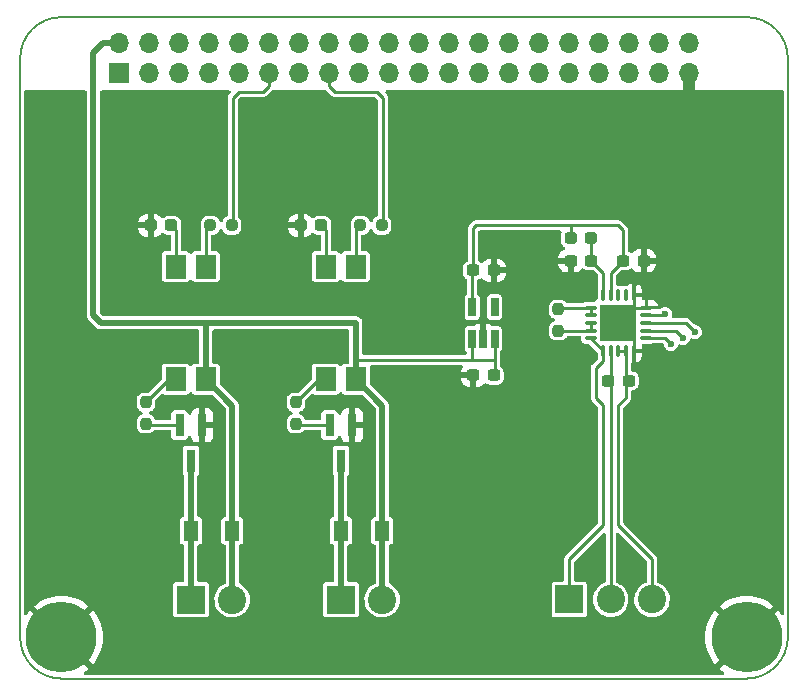
<source format=gtl>
G04 #@! TF.GenerationSoftware,KiCad,Pcbnew,(6.0.2)*
G04 #@! TF.CreationDate,2022-07-05T12:59:41+02:00*
G04 #@! TF.ProjectId,Raspberry Pi temperature management hat,52617370-6265-4727-9279-205069207465,V2*
G04 #@! TF.SameCoordinates,Original*
G04 #@! TF.FileFunction,Copper,L1,Top*
G04 #@! TF.FilePolarity,Positive*
%FSLAX46Y46*%
G04 Gerber Fmt 4.6, Leading zero omitted, Abs format (unit mm)*
G04 Created by KiCad (PCBNEW (6.0.2)) date 2022-07-05 12:59:41*
%MOMM*%
%LPD*%
G01*
G04 APERTURE LIST*
G04 Aperture macros list*
%AMRoundRect*
0 Rectangle with rounded corners*
0 $1 Rounding radius*
0 $2 $3 $4 $5 $6 $7 $8 $9 X,Y pos of 4 corners*
0 Add a 4 corners polygon primitive as box body*
4,1,4,$2,$3,$4,$5,$6,$7,$8,$9,$2,$3,0*
0 Add four circle primitives for the rounded corners*
1,1,$1+$1,$2,$3*
1,1,$1+$1,$4,$5*
1,1,$1+$1,$6,$7*
1,1,$1+$1,$8,$9*
0 Add four rect primitives between the rounded corners*
20,1,$1+$1,$2,$3,$4,$5,0*
20,1,$1+$1,$4,$5,$6,$7,0*
20,1,$1+$1,$6,$7,$8,$9,0*
20,1,$1+$1,$8,$9,$2,$3,0*%
G04 Aperture macros list end*
G04 #@! TA.AperFunction,Profile*
%ADD10C,0.150000*%
G04 #@! TD*
G04 #@! TA.AperFunction,ComponentPad*
%ADD11C,6.000000*%
G04 #@! TD*
G04 #@! TA.AperFunction,SMDPad,CuDef*
%ADD12RoundRect,0.075000X-0.412500X-0.075000X0.412500X-0.075000X0.412500X0.075000X-0.412500X0.075000X0*%
G04 #@! TD*
G04 #@! TA.AperFunction,SMDPad,CuDef*
%ADD13RoundRect,0.075000X-0.075000X-0.412500X0.075000X-0.412500X0.075000X0.412500X-0.075000X0.412500X0*%
G04 #@! TD*
G04 #@! TA.AperFunction,SMDPad,CuDef*
%ADD14R,3.100000X3.100000*%
G04 #@! TD*
G04 #@! TA.AperFunction,SMDPad,CuDef*
%ADD15RoundRect,0.237500X-0.237500X0.250000X-0.237500X-0.250000X0.237500X-0.250000X0.237500X0.250000X0*%
G04 #@! TD*
G04 #@! TA.AperFunction,SMDPad,CuDef*
%ADD16RoundRect,0.237500X-0.250000X-0.237500X0.250000X-0.237500X0.250000X0.237500X-0.250000X0.237500X0*%
G04 #@! TD*
G04 #@! TA.AperFunction,ComponentPad*
%ADD17R,2.400000X2.400000*%
G04 #@! TD*
G04 #@! TA.AperFunction,ComponentPad*
%ADD18C,2.400000*%
G04 #@! TD*
G04 #@! TA.AperFunction,SMDPad,CuDef*
%ADD19RoundRect,0.237500X0.287500X0.237500X-0.287500X0.237500X-0.287500X-0.237500X0.287500X-0.237500X0*%
G04 #@! TD*
G04 #@! TA.AperFunction,SMDPad,CuDef*
%ADD20RoundRect,0.237500X-0.287500X-0.237500X0.287500X-0.237500X0.287500X0.237500X-0.287500X0.237500X0*%
G04 #@! TD*
G04 #@! TA.AperFunction,SMDPad,CuDef*
%ADD21RoundRect,0.237500X-0.300000X-0.237500X0.300000X-0.237500X0.300000X0.237500X-0.300000X0.237500X0*%
G04 #@! TD*
G04 #@! TA.AperFunction,SMDPad,CuDef*
%ADD22R,1.780000X2.000000*%
G04 #@! TD*
G04 #@! TA.AperFunction,SMDPad,CuDef*
%ADD23R,1.300000X1.700000*%
G04 #@! TD*
G04 #@! TA.AperFunction,SMDPad,CuDef*
%ADD24R,0.800000X1.900000*%
G04 #@! TD*
G04 #@! TA.AperFunction,SMDPad,CuDef*
%ADD25R,0.650000X1.560000*%
G04 #@! TD*
G04 #@! TA.AperFunction,ComponentPad*
%ADD26R,1.700000X1.700000*%
G04 #@! TD*
G04 #@! TA.AperFunction,ComponentPad*
%ADD27O,1.700000X1.700000*%
G04 #@! TD*
G04 #@! TA.AperFunction,ViaPad*
%ADD28C,0.600000*%
G04 #@! TD*
G04 #@! TA.AperFunction,Conductor*
%ADD29C,0.250000*%
G04 #@! TD*
G04 #@! TA.AperFunction,Conductor*
%ADD30C,1.000000*%
G04 #@! TD*
G04 #@! TA.AperFunction,Conductor*
%ADD31C,0.500000*%
G04 #@! TD*
G04 APERTURE END LIST*
D10*
X111500000Y-50000000D02*
G75*
G03*
X108000000Y-46500000I-3499999J1D01*
G01*
X50000000Y-46500000D02*
X108000000Y-46500000D01*
X50000000Y-102500000D02*
X108000000Y-102500000D01*
X111500000Y-50000000D02*
X111500000Y-99000000D01*
X108000000Y-102500000D02*
G75*
G03*
X111500000Y-99000000I1J3499999D01*
G01*
X46500000Y-99000000D02*
G75*
G03*
X50000000Y-102500000I3499999J-1D01*
G01*
X50000000Y-46500000D02*
G75*
G03*
X46500000Y-50000000I-1J-3499999D01*
G01*
X46500000Y-50000000D02*
X46500000Y-99000000D01*
D11*
X108000000Y-99000000D03*
D12*
X94792500Y-71090000D03*
X94792500Y-71740000D03*
X94792500Y-72390000D03*
X94792500Y-73040000D03*
X94792500Y-73690000D03*
D13*
X95855000Y-74752500D03*
X96505000Y-74752500D03*
X97155000Y-74752500D03*
X97805000Y-74752500D03*
X98455000Y-74752500D03*
D12*
X99517500Y-73690000D03*
X99517500Y-73040000D03*
X99517500Y-72390000D03*
X99517500Y-71740000D03*
X99517500Y-71090000D03*
D13*
X98455000Y-70027500D03*
X97805000Y-70027500D03*
X97155000Y-70027500D03*
X96505000Y-70027500D03*
X95855000Y-70027500D03*
D14*
X97155000Y-72390000D03*
D11*
X50000000Y-99000000D03*
D15*
X69850000Y-79097500D03*
X69850000Y-80922500D03*
D16*
X75287500Y-64135000D03*
X77112500Y-64135000D03*
D15*
X57150000Y-79097500D03*
X57150000Y-80922500D03*
D17*
X73660000Y-95820000D03*
D18*
X77160000Y-95820000D03*
D19*
X94855000Y-65227500D03*
X93105000Y-65227500D03*
D16*
X62587500Y-64135000D03*
X64412500Y-64135000D03*
D20*
X70245000Y-64135000D03*
X71995000Y-64135000D03*
D21*
X84862500Y-76835000D03*
X86587500Y-76835000D03*
D22*
X62230000Y-67625000D03*
X59690000Y-67625000D03*
X59690000Y-77155000D03*
X62230000Y-77155000D03*
D21*
X96292500Y-77292500D03*
X98017500Y-77292500D03*
X84862500Y-67945000D03*
X86587500Y-67945000D03*
D23*
X64460000Y-90000000D03*
X60960000Y-90000000D03*
D17*
X93000000Y-95800000D03*
D18*
X96500000Y-95800000D03*
X100000000Y-95800000D03*
D24*
X74610000Y-81050000D03*
X72710000Y-81050000D03*
X73660000Y-84050000D03*
D17*
X60960000Y-95820000D03*
D18*
X64460000Y-95820000D03*
D21*
X97562500Y-67132500D03*
X99287500Y-67132500D03*
D23*
X77160000Y-90000000D03*
X73660000Y-90000000D03*
D21*
X93117500Y-67132500D03*
X94842500Y-67132500D03*
D20*
X57545000Y-64135000D03*
X59295000Y-64135000D03*
D25*
X84775000Y-73740000D03*
X85725000Y-73740000D03*
X86675000Y-73740000D03*
X86675000Y-71040000D03*
X84775000Y-71040000D03*
D22*
X74930000Y-67625000D03*
X72390000Y-67625000D03*
X72390000Y-77155000D03*
X74930000Y-77155000D03*
D24*
X61910000Y-81050000D03*
X60010000Y-81050000D03*
X60960000Y-84050000D03*
D15*
X92075000Y-71223500D03*
X92075000Y-73048500D03*
D26*
X54870000Y-51270000D03*
D27*
X54870000Y-48730000D03*
X57410000Y-51270000D03*
X57410000Y-48730000D03*
X59950000Y-51270000D03*
X59950000Y-48730000D03*
X62490000Y-51270000D03*
X62490000Y-48730000D03*
X65030000Y-51270000D03*
X65030000Y-48730000D03*
X67570000Y-51270000D03*
X67570000Y-48730000D03*
X70110000Y-51270000D03*
X70110000Y-48730000D03*
X72650000Y-51270000D03*
X72650000Y-48730000D03*
X75190000Y-51270000D03*
X75190000Y-48730000D03*
X77730000Y-51270000D03*
X77730000Y-48730000D03*
X80270000Y-51270000D03*
X80270000Y-48730000D03*
X82810000Y-51270000D03*
X82810000Y-48730000D03*
X85350000Y-51270000D03*
X85350000Y-48730000D03*
X87890000Y-51270000D03*
X87890000Y-48730000D03*
X90430000Y-51270000D03*
X90430000Y-48730000D03*
X92970000Y-51270000D03*
X92970000Y-48730000D03*
X95510000Y-51270000D03*
X95510000Y-48730000D03*
X98050000Y-51270000D03*
X98050000Y-48730000D03*
X100590000Y-51270000D03*
X100590000Y-48730000D03*
X103130000Y-51270000D03*
X103130000Y-48730000D03*
D28*
X101600000Y-74168000D03*
X102616000Y-73660000D03*
X103632000Y-73152000D03*
X101092000Y-71628000D03*
D29*
X98455000Y-70027500D02*
X98455000Y-71090000D01*
X99287500Y-67132500D02*
X99517500Y-67362500D01*
X98455000Y-71090000D02*
X97155000Y-72390000D01*
D30*
X103130000Y-51270000D02*
X103130000Y-52826000D01*
D29*
X98455000Y-70027500D02*
X98455000Y-69185000D01*
X99287500Y-68352500D02*
X99287500Y-67132500D01*
X98455000Y-69185000D02*
X99287500Y-68352500D01*
X98455000Y-73690000D02*
X97155000Y-72390000D01*
X98455000Y-74752500D02*
X98455000Y-73690000D01*
X99517500Y-71090000D02*
X98455000Y-71090000D01*
X86675000Y-76747500D02*
X86587500Y-76835000D01*
X74993354Y-75501646D02*
X74930000Y-75565000D01*
X84775000Y-73740000D02*
X84775000Y-75501646D01*
X84775000Y-75501646D02*
X86652091Y-75501646D01*
D31*
X62230000Y-72390000D02*
X62230000Y-77155000D01*
X53505000Y-48730000D02*
X52705000Y-49530000D01*
D29*
X86675000Y-73740000D02*
X86675000Y-75524555D01*
D31*
X74930000Y-72390000D02*
X74930000Y-75565000D01*
X62230000Y-72390000D02*
X74930000Y-72390000D01*
X64460000Y-79385000D02*
X62230000Y-77155000D01*
X77160000Y-79385000D02*
X74930000Y-77155000D01*
D29*
X86652091Y-75501646D02*
X86675000Y-75524555D01*
D31*
X77160000Y-90000000D02*
X77160000Y-79385000D01*
X52705000Y-71755000D02*
X53340000Y-72390000D01*
X54870000Y-48730000D02*
X53505000Y-48730000D01*
X52705000Y-49530000D02*
X52705000Y-71755000D01*
X74930000Y-75565000D02*
X74930000Y-77155000D01*
D29*
X86675000Y-75524555D02*
X86675000Y-76747500D01*
D31*
X53340000Y-72390000D02*
X62230000Y-72390000D01*
X77160000Y-95820000D02*
X77160000Y-90000000D01*
X64460000Y-95820000D02*
X64460000Y-90000000D01*
X64460000Y-90000000D02*
X64460000Y-79385000D01*
D29*
X84775000Y-75501646D02*
X74993354Y-75501646D01*
X97562500Y-64542500D02*
X97562500Y-67132500D01*
X84775000Y-71040000D02*
X84775000Y-68032500D01*
X97155000Y-64135000D02*
X97562500Y-64542500D01*
X85090000Y-64135000D02*
X93121141Y-64135000D01*
X93105000Y-65227500D02*
X93105000Y-64151141D01*
X96505000Y-68190000D02*
X96505000Y-70027500D01*
X84775000Y-68032500D02*
X84862500Y-67945000D01*
X93105000Y-64151141D02*
X93121141Y-64135000D01*
X84862500Y-64362500D02*
X85090000Y-64135000D01*
X93121141Y-64135000D02*
X97155000Y-64135000D01*
X97562500Y-67132500D02*
X96505000Y-68190000D01*
X84862500Y-67945000D02*
X84862500Y-64362500D01*
X96500000Y-77500000D02*
X96500000Y-95800000D01*
X96292500Y-77292500D02*
X96500000Y-77500000D01*
X96505000Y-77080000D02*
X96292500Y-77292500D01*
X96505000Y-74752500D02*
X96505000Y-77080000D01*
X97805000Y-77080000D02*
X98017500Y-77292500D01*
X97967500Y-77292500D02*
X97790000Y-77470000D01*
X97155000Y-79375000D02*
X97155000Y-89535000D01*
X97155000Y-89535000D02*
X100000000Y-92380000D01*
X97805000Y-74752500D02*
X97805000Y-77080000D01*
X97790000Y-77470000D02*
X97790000Y-78740000D01*
X100000000Y-92380000D02*
X100000000Y-95800000D01*
X97790000Y-78740000D02*
X97155000Y-79375000D01*
X98017500Y-77292500D02*
X97967500Y-77292500D01*
X97155000Y-74752500D02*
X97805000Y-74752500D01*
X99547500Y-73660000D02*
X101092000Y-73660000D01*
X101092000Y-73660000D02*
X101600000Y-74168000D01*
X99517500Y-73690000D02*
X99547500Y-73660000D01*
X59295000Y-64135000D02*
X59690000Y-64530000D01*
X59690000Y-64530000D02*
X59690000Y-67625000D01*
X99517500Y-73040000D02*
X101996000Y-73040000D01*
X101996000Y-73040000D02*
X102616000Y-73660000D01*
D31*
X60960000Y-84050000D02*
X60960000Y-90000000D01*
X60960000Y-95820000D02*
X60960000Y-90000000D01*
D29*
X99517500Y-72390000D02*
X102870000Y-72390000D01*
X102870000Y-72390000D02*
X103632000Y-73152000D01*
X71995000Y-64135000D02*
X72390000Y-64530000D01*
X72390000Y-64530000D02*
X72390000Y-67625000D01*
D31*
X73660000Y-90000000D02*
X73660000Y-84050000D01*
X73660000Y-90000000D02*
X73660000Y-95820000D01*
D29*
X99517500Y-71740000D02*
X100980000Y-71740000D01*
X100980000Y-71740000D02*
X101092000Y-71628000D01*
X57150000Y-80922500D02*
X57277500Y-81050000D01*
X57277500Y-81050000D02*
X60010000Y-81050000D01*
X71792500Y-77155000D02*
X72390000Y-77155000D01*
X69850000Y-79097500D02*
X71792500Y-77155000D01*
X94792500Y-71090000D02*
X94792500Y-71740000D01*
X94792500Y-71090000D02*
X92208500Y-71090000D01*
X92208500Y-71090000D02*
X92075000Y-71223500D01*
X64412500Y-64135000D02*
X64412500Y-64111500D01*
X64412500Y-64111500D02*
X64516000Y-64008000D01*
X65024000Y-52832000D02*
X67056000Y-52832000D01*
X67570000Y-52318000D02*
X67570000Y-51270000D01*
X64516000Y-53340000D02*
X65024000Y-52832000D01*
X67056000Y-52832000D02*
X67570000Y-52318000D01*
X64516000Y-64008000D02*
X64516000Y-53340000D01*
X72644000Y-52324000D02*
X72644000Y-51276000D01*
X73152000Y-52832000D02*
X72644000Y-52324000D01*
X72644000Y-51276000D02*
X72650000Y-51270000D01*
X77216000Y-64008000D02*
X77216000Y-53340000D01*
X77216000Y-53340000D02*
X76708000Y-52832000D01*
X77112500Y-64135000D02*
X77112500Y-64111500D01*
X77112500Y-64111500D02*
X77216000Y-64008000D01*
X76708000Y-52832000D02*
X73152000Y-52832000D01*
X69850000Y-80922500D02*
X69977500Y-81050000D01*
X69977500Y-81050000D02*
X72710000Y-81050000D01*
X62587500Y-64135000D02*
X62230000Y-64492500D01*
X62230000Y-64492500D02*
X62230000Y-67625000D01*
X59092500Y-77155000D02*
X59690000Y-77155000D01*
X57150000Y-79097500D02*
X59092500Y-77155000D01*
X74930000Y-67625000D02*
X74930000Y-64492500D01*
X74930000Y-64492500D02*
X75287500Y-64135000D01*
X94792500Y-73040000D02*
X92083500Y-73040000D01*
X94792500Y-72390000D02*
X94792500Y-73040000D01*
X92083500Y-73040000D02*
X92075000Y-73048500D01*
X94842500Y-67132500D02*
X95855000Y-68145000D01*
X94855000Y-67120000D02*
X94842500Y-67132500D01*
X94855000Y-65227500D02*
X94855000Y-67120000D01*
X95855000Y-68145000D02*
X95855000Y-70027500D01*
X95250000Y-76200000D02*
X95250000Y-78740000D01*
X95885000Y-79375000D02*
X95885000Y-89535000D01*
X95250000Y-78740000D02*
X95885000Y-79375000D01*
X95885000Y-89535000D02*
X93000000Y-92420000D01*
X95855000Y-74752500D02*
X94792500Y-73690000D01*
X93000000Y-92420000D02*
X93000000Y-95800000D01*
X95855000Y-75595000D02*
X95250000Y-76200000D01*
X95855000Y-74752500D02*
X95855000Y-75595000D01*
G04 #@! TA.AperFunction,Conductor*
G36*
X52080000Y-52724962D02*
G01*
X52134538Y-52779500D01*
X52154500Y-52854000D01*
X52154500Y-71739522D01*
X52154369Y-71745760D01*
X52151790Y-71807294D01*
X52154110Y-71817183D01*
X52154110Y-71817188D01*
X52161479Y-71848604D01*
X52164037Y-71862406D01*
X52167862Y-71890327D01*
X52169794Y-71904432D01*
X52173828Y-71913754D01*
X52174951Y-71916349D01*
X52183268Y-71941499D01*
X52186232Y-71954136D01*
X52199596Y-71978445D01*
X52206670Y-71991313D01*
X52212846Y-72003919D01*
X52224738Y-72031399D01*
X52229695Y-72042855D01*
X52236085Y-72050746D01*
X52237867Y-72052947D01*
X52252634Y-72074924D01*
X52258893Y-72086308D01*
X52265897Y-72094422D01*
X52289584Y-72118109D01*
X52300020Y-72129699D01*
X52324614Y-72160070D01*
X52338376Y-72169850D01*
X52357416Y-72185941D01*
X52939796Y-72768321D01*
X52944114Y-72772824D01*
X52985799Y-72818156D01*
X53021866Y-72840518D01*
X53033423Y-72848461D01*
X53067217Y-72874112D01*
X53076663Y-72877852D01*
X53076665Y-72877853D01*
X53079285Y-72878890D01*
X53102949Y-72890792D01*
X53105349Y-72892280D01*
X53105351Y-72892281D01*
X53113986Y-72897635D01*
X53123741Y-72900469D01*
X53154730Y-72909472D01*
X53168011Y-72914020D01*
X53198008Y-72925897D01*
X53198012Y-72925898D01*
X53207453Y-72929636D01*
X53220364Y-72930993D01*
X53246358Y-72936093D01*
X53258825Y-72939715D01*
X53269515Y-72940500D01*
X53303004Y-72940500D01*
X53318579Y-72941316D01*
X53347355Y-72944341D01*
X53347358Y-72944341D01*
X53357454Y-72945402D01*
X53374097Y-72942587D01*
X53398946Y-72940500D01*
X61530500Y-72940500D01*
X61605000Y-72960462D01*
X61659538Y-73015000D01*
X61679500Y-73089500D01*
X61679500Y-75705500D01*
X61659538Y-75780000D01*
X61605000Y-75834538D01*
X61530500Y-75854500D01*
X61295354Y-75854500D01*
X61269154Y-75857618D01*
X61166847Y-75903061D01*
X61157129Y-75912796D01*
X61097782Y-75972247D01*
X61087759Y-75982287D01*
X61082522Y-75994132D01*
X61024394Y-76043954D01*
X60948582Y-76058142D01*
X60875833Y-76032523D01*
X60837412Y-75994169D01*
X60831939Y-75981847D01*
X60752713Y-75902759D01*
X60740133Y-75897197D01*
X60740131Y-75897196D01*
X60660574Y-75862024D01*
X60660573Y-75862024D01*
X60650327Y-75857494D01*
X60635682Y-75855787D01*
X60628930Y-75854999D01*
X60628922Y-75854999D01*
X60624646Y-75854500D01*
X58755354Y-75854500D01*
X58729154Y-75857618D01*
X58626847Y-75903061D01*
X58617129Y-75912796D01*
X58557782Y-75972247D01*
X58547759Y-75982287D01*
X58542197Y-75994867D01*
X58542196Y-75994869D01*
X58510363Y-76066874D01*
X58502494Y-76084673D01*
X58499500Y-76110354D01*
X58499500Y-77084534D01*
X58479538Y-77159034D01*
X58455859Y-77189893D01*
X57379893Y-78265859D01*
X57313098Y-78304423D01*
X57274534Y-78309500D01*
X56902256Y-78309501D01*
X56870704Y-78309501D01*
X56866250Y-78310040D01*
X56866249Y-78310040D01*
X56816779Y-78316026D01*
X56782962Y-78320118D01*
X56645911Y-78374380D01*
X56528500Y-78463500D01*
X56439380Y-78580911D01*
X56435640Y-78590358D01*
X56388907Y-78708393D01*
X56385118Y-78717962D01*
X56374500Y-78805703D01*
X56374501Y-79389296D01*
X56385118Y-79477038D01*
X56439380Y-79614089D01*
X56528500Y-79731500D01*
X56645911Y-79820620D01*
X56739808Y-79857796D01*
X56774327Y-79871463D01*
X56836247Y-79917449D01*
X56866879Y-79988233D01*
X56858014Y-80064850D01*
X56812028Y-80126770D01*
X56774328Y-80148536D01*
X56645911Y-80199380D01*
X56528500Y-80288500D01*
X56439380Y-80405911D01*
X56385118Y-80542962D01*
X56374500Y-80630703D01*
X56374501Y-81214296D01*
X56385118Y-81302038D01*
X56439380Y-81439089D01*
X56528500Y-81556500D01*
X56645911Y-81645620D01*
X56710016Y-81671001D01*
X56774068Y-81696361D01*
X56774071Y-81696362D01*
X56782962Y-81699882D01*
X56870703Y-81710500D01*
X57149937Y-81710500D01*
X57429296Y-81710499D01*
X57433750Y-81709960D01*
X57433751Y-81709960D01*
X57507534Y-81701032D01*
X57517038Y-81699882D01*
X57654089Y-81645620D01*
X57771500Y-81556500D01*
X57788263Y-81534415D01*
X57849204Y-81487143D01*
X57906946Y-81475500D01*
X59160500Y-81475500D01*
X59235000Y-81495462D01*
X59289538Y-81550000D01*
X59309500Y-81624500D01*
X59309500Y-82044646D01*
X59312618Y-82070846D01*
X59358061Y-82173153D01*
X59437287Y-82252241D01*
X59449867Y-82257803D01*
X59449869Y-82257804D01*
X59529426Y-82292976D01*
X59539673Y-82297506D01*
X59554318Y-82299213D01*
X59561070Y-82300001D01*
X59561078Y-82300001D01*
X59565354Y-82300500D01*
X60454646Y-82300500D01*
X60480846Y-82297382D01*
X60583153Y-82251939D01*
X60662241Y-82172713D01*
X60686009Y-82118953D01*
X60702976Y-82080574D01*
X60702976Y-82080573D01*
X60707506Y-82070327D01*
X60708803Y-82059200D01*
X60711751Y-82048388D01*
X60714757Y-82049208D01*
X60736430Y-81994602D01*
X60796915Y-81946745D01*
X60873225Y-81935542D01*
X60944913Y-81963995D01*
X60992770Y-82024480D01*
X61004104Y-82067451D01*
X61007740Y-82100923D01*
X61012027Y-82118953D01*
X61056101Y-82236520D01*
X61066196Y-82254959D01*
X61140728Y-82354407D01*
X61155593Y-82369272D01*
X61255041Y-82443804D01*
X61273480Y-82453899D01*
X61391044Y-82497972D01*
X61409079Y-82502261D01*
X61410094Y-82502371D01*
X61410967Y-82502710D01*
X61418172Y-82504423D01*
X61417937Y-82505413D01*
X61432449Y-82511042D01*
X61461911Y-82508038D01*
X61461911Y-82508000D01*
X61462279Y-82508000D01*
X61463554Y-82507870D01*
X61465953Y-82508000D01*
X61636384Y-82508000D01*
X61651855Y-82503855D01*
X61656000Y-82488384D01*
X61656000Y-82488383D01*
X62164000Y-82488383D01*
X62168145Y-82503854D01*
X62183616Y-82507999D01*
X62354060Y-82507999D01*
X62362091Y-82507564D01*
X62410923Y-82502260D01*
X62428953Y-82497973D01*
X62546520Y-82453899D01*
X62564959Y-82443804D01*
X62664407Y-82369272D01*
X62679272Y-82354407D01*
X62753804Y-82254959D01*
X62763899Y-82236520D01*
X62807972Y-82118956D01*
X62812261Y-82100921D01*
X62817566Y-82052088D01*
X62818000Y-82044062D01*
X62818000Y-81323616D01*
X62813855Y-81308145D01*
X62798384Y-81304000D01*
X62183616Y-81304000D01*
X62168145Y-81308145D01*
X62164000Y-81323616D01*
X62164000Y-82488383D01*
X61656000Y-82488383D01*
X61656000Y-80776384D01*
X62164000Y-80776384D01*
X62168145Y-80791855D01*
X62183616Y-80796000D01*
X62798383Y-80796000D01*
X62813854Y-80791855D01*
X62817999Y-80776384D01*
X62817999Y-80055940D01*
X62817564Y-80047909D01*
X62812260Y-79999077D01*
X62807973Y-79981047D01*
X62763899Y-79863480D01*
X62753804Y-79845041D01*
X62679272Y-79745593D01*
X62664407Y-79730728D01*
X62564959Y-79656196D01*
X62546520Y-79646101D01*
X62428956Y-79602028D01*
X62410921Y-79597739D01*
X62362088Y-79592434D01*
X62354062Y-79592000D01*
X62183616Y-79592000D01*
X62168145Y-79596145D01*
X62164000Y-79611616D01*
X62164000Y-80776384D01*
X61656000Y-80776384D01*
X61656000Y-79611617D01*
X61651855Y-79596146D01*
X61636384Y-79592001D01*
X61465940Y-79592001D01*
X61457909Y-79592436D01*
X61409077Y-79597740D01*
X61391047Y-79602027D01*
X61273480Y-79646101D01*
X61255041Y-79656196D01*
X61155593Y-79730728D01*
X61140728Y-79745593D01*
X61066196Y-79845041D01*
X61056101Y-79863480D01*
X61012028Y-79981044D01*
X61007739Y-79999079D01*
X61004079Y-80032775D01*
X60976188Y-80104684D01*
X60916080Y-80153013D01*
X60839860Y-80164814D01*
X60767951Y-80136923D01*
X60719622Y-80076815D01*
X60712508Y-80050804D01*
X60711666Y-80051035D01*
X60708703Y-80040256D01*
X60707382Y-80029154D01*
X60661939Y-79926847D01*
X60582713Y-79847759D01*
X60570133Y-79842197D01*
X60570131Y-79842196D01*
X60490574Y-79807024D01*
X60490573Y-79807024D01*
X60480327Y-79802494D01*
X60465682Y-79800787D01*
X60458930Y-79799999D01*
X60458922Y-79799999D01*
X60454646Y-79799500D01*
X59565354Y-79799500D01*
X59539154Y-79802618D01*
X59436847Y-79848061D01*
X59357759Y-79927287D01*
X59352197Y-79939867D01*
X59352196Y-79939869D01*
X59317241Y-80018936D01*
X59312494Y-80029673D01*
X59311197Y-80040800D01*
X59310004Y-80051035D01*
X59309500Y-80055354D01*
X59309500Y-80475500D01*
X59289538Y-80550000D01*
X59235000Y-80604538D01*
X59160500Y-80624500D01*
X58048426Y-80624500D01*
X57973926Y-80604538D01*
X57919388Y-80550000D01*
X57909889Y-80530351D01*
X57864359Y-80415355D01*
X57860620Y-80405911D01*
X57771500Y-80288500D01*
X57654089Y-80199380D01*
X57525672Y-80148537D01*
X57463753Y-80102551D01*
X57433121Y-80031767D01*
X57441986Y-79955150D01*
X57487972Y-79893230D01*
X57525673Y-79871463D01*
X57560193Y-79857796D01*
X57654089Y-79820620D01*
X57771500Y-79731500D01*
X57860620Y-79614089D01*
X57902779Y-79507607D01*
X57911361Y-79485932D01*
X57911362Y-79485929D01*
X57914882Y-79477038D01*
X57925500Y-79389297D01*
X57925499Y-78985467D01*
X57945461Y-78910967D01*
X57969140Y-78880108D01*
X58431651Y-78417597D01*
X58498446Y-78379033D01*
X58575574Y-78379033D01*
X58619072Y-78399040D01*
X58627287Y-78407241D01*
X58677754Y-78429553D01*
X58719126Y-78447843D01*
X58729673Y-78452506D01*
X58744318Y-78454213D01*
X58751070Y-78455001D01*
X58751078Y-78455001D01*
X58755354Y-78455500D01*
X60624646Y-78455500D01*
X60650846Y-78452382D01*
X60753153Y-78406939D01*
X60832241Y-78327713D01*
X60837478Y-78315868D01*
X60895606Y-78266046D01*
X60971418Y-78251858D01*
X61044167Y-78277477D01*
X61082588Y-78315831D01*
X61088061Y-78328153D01*
X61167287Y-78407241D01*
X61179866Y-78412802D01*
X61179869Y-78412804D01*
X61259426Y-78447976D01*
X61269673Y-78452506D01*
X61284318Y-78454213D01*
X61291070Y-78455001D01*
X61291078Y-78455001D01*
X61295354Y-78455500D01*
X62690257Y-78455500D01*
X62764757Y-78475462D01*
X62795616Y-78499141D01*
X63865859Y-79569383D01*
X63904423Y-79636178D01*
X63909500Y-79674742D01*
X63909500Y-88700788D01*
X63889538Y-88775288D01*
X63835000Y-88829826D01*
X63769407Y-88849500D01*
X63765354Y-88849500D01*
X63739154Y-88852618D01*
X63636847Y-88898061D01*
X63557759Y-88977287D01*
X63512494Y-89079673D01*
X63509500Y-89105354D01*
X63509500Y-90894646D01*
X63512618Y-90920846D01*
X63558061Y-91023153D01*
X63637287Y-91102241D01*
X63649867Y-91107803D01*
X63649869Y-91107804D01*
X63729426Y-91142976D01*
X63739673Y-91147506D01*
X63755047Y-91149298D01*
X63761071Y-91150001D01*
X63761077Y-91150001D01*
X63765354Y-91150500D01*
X63769231Y-91150500D01*
X63842355Y-91174716D01*
X63893639Y-91232323D01*
X63909500Y-91299218D01*
X63909500Y-94324429D01*
X63889538Y-94398929D01*
X63829301Y-94456594D01*
X63657679Y-94545935D01*
X63460364Y-94694083D01*
X63456140Y-94698503D01*
X63456139Y-94698504D01*
X63294123Y-94868044D01*
X63294119Y-94868048D01*
X63289896Y-94872468D01*
X63286449Y-94877520D01*
X63286449Y-94877521D01*
X63266700Y-94906472D01*
X63150851Y-95076300D01*
X63046965Y-95300104D01*
X63037348Y-95334783D01*
X62986573Y-95517871D01*
X62981026Y-95537871D01*
X62980377Y-95543948D01*
X62980376Y-95543951D01*
X62956292Y-95769313D01*
X62954806Y-95783214D01*
X62955774Y-95800000D01*
X62964997Y-95959942D01*
X62969010Y-96029545D01*
X63023255Y-96270249D01*
X63116084Y-96498861D01*
X63119278Y-96504073D01*
X63235584Y-96693865D01*
X63245006Y-96709241D01*
X63249009Y-96713862D01*
X63249011Y-96713865D01*
X63252731Y-96718159D01*
X63406557Y-96895741D01*
X63411268Y-96899653D01*
X63411272Y-96899656D01*
X63521071Y-96990812D01*
X63596399Y-97053351D01*
X63809433Y-97177838D01*
X63815133Y-97180015D01*
X63815136Y-97180016D01*
X64034234Y-97263681D01*
X64034240Y-97263683D01*
X64039939Y-97265859D01*
X64045920Y-97267076D01*
X64045924Y-97267077D01*
X64134698Y-97285138D01*
X64281726Y-97315052D01*
X64287835Y-97315276D01*
X64522183Y-97323869D01*
X64522187Y-97323869D01*
X64528300Y-97324093D01*
X64773041Y-97292741D01*
X64925248Y-97247077D01*
X65003522Y-97223594D01*
X65003526Y-97223593D01*
X65009374Y-97221838D01*
X65230954Y-97113287D01*
X65299146Y-97064646D01*
X72159500Y-97064646D01*
X72162618Y-97090846D01*
X72208061Y-97193153D01*
X72287287Y-97272241D01*
X72299867Y-97277803D01*
X72299869Y-97277804D01*
X72379426Y-97312976D01*
X72389673Y-97317506D01*
X72404318Y-97319213D01*
X72411070Y-97320001D01*
X72411078Y-97320001D01*
X72415354Y-97320500D01*
X74904646Y-97320500D01*
X74930846Y-97317382D01*
X75033153Y-97271939D01*
X75112241Y-97192713D01*
X75117855Y-97180016D01*
X75152976Y-97100574D01*
X75152976Y-97100573D01*
X75157506Y-97090327D01*
X75160500Y-97064646D01*
X75160500Y-94575354D01*
X75157382Y-94549154D01*
X75111939Y-94446847D01*
X75032713Y-94367759D01*
X75020133Y-94362197D01*
X75020131Y-94362196D01*
X74940574Y-94327024D01*
X74940573Y-94327024D01*
X74930327Y-94322494D01*
X74915682Y-94320787D01*
X74908930Y-94319999D01*
X74908922Y-94319999D01*
X74904646Y-94319500D01*
X74359500Y-94319500D01*
X74285000Y-94299538D01*
X74230462Y-94245000D01*
X74210500Y-94170500D01*
X74210500Y-91299212D01*
X74230462Y-91224712D01*
X74285000Y-91170174D01*
X74350593Y-91150500D01*
X74354646Y-91150500D01*
X74380846Y-91147382D01*
X74483153Y-91101939D01*
X74562241Y-91022713D01*
X74607506Y-90920327D01*
X74610500Y-90894646D01*
X74610500Y-89105354D01*
X74607382Y-89079154D01*
X74561939Y-88976847D01*
X74482713Y-88897759D01*
X74470133Y-88892197D01*
X74470131Y-88892196D01*
X74390574Y-88857024D01*
X74390573Y-88857024D01*
X74380327Y-88852494D01*
X74364953Y-88850702D01*
X74358929Y-88849999D01*
X74358923Y-88849999D01*
X74354646Y-88849500D01*
X74350769Y-88849500D01*
X74277645Y-88825284D01*
X74226361Y-88767677D01*
X74210500Y-88700782D01*
X74210500Y-85336274D01*
X74230462Y-85261774D01*
X74254049Y-85231007D01*
X74302522Y-85182449D01*
X74312241Y-85172713D01*
X74357506Y-85070327D01*
X74360500Y-85044646D01*
X74360500Y-83055354D01*
X74357382Y-83029154D01*
X74311939Y-82926847D01*
X74232713Y-82847759D01*
X74220133Y-82842197D01*
X74220131Y-82842196D01*
X74140874Y-82807157D01*
X74130327Y-82802494D01*
X74119200Y-82801197D01*
X74116296Y-82800405D01*
X74109239Y-82796289D01*
X74094003Y-82799500D01*
X73215354Y-82799500D01*
X73189154Y-82802618D01*
X73086847Y-82848061D01*
X73007759Y-82927287D01*
X72962494Y-83029673D01*
X72959500Y-83055354D01*
X72959500Y-85044646D01*
X72962618Y-85070846D01*
X73008061Y-85173153D01*
X73017796Y-85182871D01*
X73065767Y-85230758D01*
X73104389Y-85297519D01*
X73109500Y-85336209D01*
X73109500Y-88700788D01*
X73089538Y-88775288D01*
X73035000Y-88829826D01*
X72969407Y-88849500D01*
X72965354Y-88849500D01*
X72939154Y-88852618D01*
X72836847Y-88898061D01*
X72757759Y-88977287D01*
X72712494Y-89079673D01*
X72709500Y-89105354D01*
X72709500Y-90894646D01*
X72712618Y-90920846D01*
X72758061Y-91023153D01*
X72837287Y-91102241D01*
X72849867Y-91107803D01*
X72849869Y-91107804D01*
X72929426Y-91142976D01*
X72939673Y-91147506D01*
X72955047Y-91149298D01*
X72961071Y-91150001D01*
X72961077Y-91150001D01*
X72965354Y-91150500D01*
X72969231Y-91150500D01*
X73042355Y-91174716D01*
X73093639Y-91232323D01*
X73109500Y-91299218D01*
X73109500Y-94170500D01*
X73089538Y-94245000D01*
X73035000Y-94299538D01*
X72960500Y-94319500D01*
X72415354Y-94319500D01*
X72389154Y-94322618D01*
X72286847Y-94368061D01*
X72207759Y-94447287D01*
X72202197Y-94459867D01*
X72202196Y-94459869D01*
X72171565Y-94529154D01*
X72162494Y-94549673D01*
X72159500Y-94575354D01*
X72159500Y-97064646D01*
X65299146Y-97064646D01*
X65431829Y-96970004D01*
X65606605Y-96795837D01*
X65620977Y-96775837D01*
X65747021Y-96600427D01*
X65750588Y-96595463D01*
X65763183Y-96569980D01*
X65857204Y-96379741D01*
X65859911Y-96374264D01*
X65899410Y-96244258D01*
X65929862Y-96144030D01*
X65929863Y-96144026D01*
X65931639Y-96138180D01*
X65963845Y-95893550D01*
X65965643Y-95820000D01*
X65945425Y-95574089D01*
X65940402Y-95554089D01*
X65886805Y-95340711D01*
X65885316Y-95334783D01*
X65879198Y-95320711D01*
X65789367Y-95114117D01*
X65786928Y-95108507D01*
X65652905Y-94901339D01*
X65486846Y-94718842D01*
X65293210Y-94565918D01*
X65287857Y-94562963D01*
X65287854Y-94562961D01*
X65087491Y-94452355D01*
X65031916Y-94398874D01*
X65010500Y-94321911D01*
X65010500Y-91299212D01*
X65030462Y-91224712D01*
X65085000Y-91170174D01*
X65150593Y-91150500D01*
X65154646Y-91150500D01*
X65180846Y-91147382D01*
X65283153Y-91101939D01*
X65362241Y-91022713D01*
X65407506Y-90920327D01*
X65410500Y-90894646D01*
X65410500Y-89105354D01*
X65407382Y-89079154D01*
X65361939Y-88976847D01*
X65282713Y-88897759D01*
X65270133Y-88892197D01*
X65270131Y-88892196D01*
X65190574Y-88857024D01*
X65190573Y-88857024D01*
X65180327Y-88852494D01*
X65164953Y-88850702D01*
X65158929Y-88849999D01*
X65158923Y-88849999D01*
X65154646Y-88849500D01*
X65150769Y-88849500D01*
X65077645Y-88825284D01*
X65026361Y-88767677D01*
X65010500Y-88700782D01*
X65010500Y-79400478D01*
X65010631Y-79394239D01*
X65012784Y-79342859D01*
X65013210Y-79332706D01*
X65010890Y-79322817D01*
X65010890Y-79322812D01*
X65003521Y-79291396D01*
X65000963Y-79277594D01*
X64996585Y-79245632D01*
X64996584Y-79245629D01*
X64995206Y-79235568D01*
X64990049Y-79223651D01*
X64981732Y-79198501D01*
X64981088Y-79195753D01*
X64981086Y-79195749D01*
X64978768Y-79185864D01*
X64958330Y-79148688D01*
X64952156Y-79136084D01*
X64939341Y-79106470D01*
X64939338Y-79106465D01*
X64935305Y-79097145D01*
X64927136Y-79087057D01*
X64912360Y-79065068D01*
X64909867Y-79060533D01*
X64909867Y-79060532D01*
X64906106Y-79053692D01*
X64899103Y-79045578D01*
X64875416Y-79021891D01*
X64864980Y-79010301D01*
X64846778Y-78987823D01*
X64846777Y-78987822D01*
X64840386Y-78979930D01*
X64826624Y-78970150D01*
X64807584Y-78954059D01*
X64157948Y-78304423D01*
X63464141Y-77610617D01*
X63425577Y-77543822D01*
X63420500Y-77505258D01*
X63420500Y-76110354D01*
X63417382Y-76084154D01*
X63371939Y-75981847D01*
X63292713Y-75902759D01*
X63280133Y-75897197D01*
X63280131Y-75897196D01*
X63200574Y-75862024D01*
X63200573Y-75862024D01*
X63190327Y-75857494D01*
X63175682Y-75855787D01*
X63168930Y-75854999D01*
X63168922Y-75854999D01*
X63164646Y-75854500D01*
X62929500Y-75854500D01*
X62855000Y-75834538D01*
X62800462Y-75780000D01*
X62780500Y-75705500D01*
X62780500Y-73089500D01*
X62800462Y-73015000D01*
X62855000Y-72960462D01*
X62929500Y-72940500D01*
X74230500Y-72940500D01*
X74305000Y-72960462D01*
X74359538Y-73015000D01*
X74379500Y-73089500D01*
X74379500Y-75705500D01*
X74359538Y-75780000D01*
X74305000Y-75834538D01*
X74230500Y-75854500D01*
X73995354Y-75854500D01*
X73969154Y-75857618D01*
X73866847Y-75903061D01*
X73857129Y-75912796D01*
X73797782Y-75972247D01*
X73787759Y-75982287D01*
X73782522Y-75994132D01*
X73724394Y-76043954D01*
X73648582Y-76058142D01*
X73575833Y-76032523D01*
X73537412Y-75994169D01*
X73531939Y-75981847D01*
X73452713Y-75902759D01*
X73440133Y-75897197D01*
X73440131Y-75897196D01*
X73360574Y-75862024D01*
X73360573Y-75862024D01*
X73350327Y-75857494D01*
X73335682Y-75855787D01*
X73328930Y-75854999D01*
X73328922Y-75854999D01*
X73324646Y-75854500D01*
X71455354Y-75854500D01*
X71429154Y-75857618D01*
X71326847Y-75903061D01*
X71317129Y-75912796D01*
X71257782Y-75972247D01*
X71247759Y-75982287D01*
X71242197Y-75994867D01*
X71242196Y-75994869D01*
X71210363Y-76066874D01*
X71202494Y-76084673D01*
X71199500Y-76110354D01*
X71199500Y-77084534D01*
X71179538Y-77159034D01*
X71155859Y-77189893D01*
X70079893Y-78265859D01*
X70013098Y-78304423D01*
X69974534Y-78309500D01*
X69602256Y-78309501D01*
X69570704Y-78309501D01*
X69566250Y-78310040D01*
X69566249Y-78310040D01*
X69516779Y-78316026D01*
X69482962Y-78320118D01*
X69345911Y-78374380D01*
X69228500Y-78463500D01*
X69139380Y-78580911D01*
X69135640Y-78590358D01*
X69088907Y-78708393D01*
X69085118Y-78717962D01*
X69074500Y-78805703D01*
X69074501Y-79389296D01*
X69085118Y-79477038D01*
X69139380Y-79614089D01*
X69228500Y-79731500D01*
X69345911Y-79820620D01*
X69439808Y-79857796D01*
X69474327Y-79871463D01*
X69536247Y-79917449D01*
X69566879Y-79988233D01*
X69558014Y-80064850D01*
X69512028Y-80126770D01*
X69474328Y-80148536D01*
X69345911Y-80199380D01*
X69228500Y-80288500D01*
X69139380Y-80405911D01*
X69085118Y-80542962D01*
X69074500Y-80630703D01*
X69074501Y-81214296D01*
X69085118Y-81302038D01*
X69139380Y-81439089D01*
X69228500Y-81556500D01*
X69345911Y-81645620D01*
X69410016Y-81671001D01*
X69474068Y-81696361D01*
X69474071Y-81696362D01*
X69482962Y-81699882D01*
X69570703Y-81710500D01*
X69849937Y-81710500D01*
X70129296Y-81710499D01*
X70133750Y-81709960D01*
X70133751Y-81709960D01*
X70207534Y-81701032D01*
X70217038Y-81699882D01*
X70354089Y-81645620D01*
X70471500Y-81556500D01*
X70488263Y-81534415D01*
X70549204Y-81487143D01*
X70606946Y-81475500D01*
X71860500Y-81475500D01*
X71935000Y-81495462D01*
X71989538Y-81550000D01*
X72009500Y-81624500D01*
X72009500Y-82044646D01*
X72012618Y-82070846D01*
X72058061Y-82173153D01*
X72137287Y-82252241D01*
X72149867Y-82257803D01*
X72149869Y-82257804D01*
X72229426Y-82292976D01*
X72239673Y-82297506D01*
X72254318Y-82299213D01*
X72261070Y-82300001D01*
X72261078Y-82300001D01*
X72265354Y-82300500D01*
X73154646Y-82300500D01*
X73180846Y-82297382D01*
X73283153Y-82251939D01*
X73362241Y-82172713D01*
X73386009Y-82118953D01*
X73402976Y-82080574D01*
X73402976Y-82080573D01*
X73407506Y-82070327D01*
X73408803Y-82059200D01*
X73411751Y-82048388D01*
X73414757Y-82049208D01*
X73436430Y-81994602D01*
X73496915Y-81946745D01*
X73573225Y-81935542D01*
X73644913Y-81963995D01*
X73692770Y-82024480D01*
X73704104Y-82067451D01*
X73707740Y-82100923D01*
X73712027Y-82118953D01*
X73756101Y-82236520D01*
X73766196Y-82254959D01*
X73840728Y-82354407D01*
X73855593Y-82369272D01*
X73955041Y-82443804D01*
X73973480Y-82453899D01*
X74091044Y-82497972D01*
X74109079Y-82502261D01*
X74110094Y-82502371D01*
X74110967Y-82502710D01*
X74118172Y-82504423D01*
X74117937Y-82505413D01*
X74132449Y-82511042D01*
X74161911Y-82508038D01*
X74161911Y-82508000D01*
X74162279Y-82508000D01*
X74163554Y-82507870D01*
X74165953Y-82508000D01*
X74336384Y-82508000D01*
X74351855Y-82503855D01*
X74356000Y-82488384D01*
X74356000Y-82488383D01*
X74864000Y-82488383D01*
X74868145Y-82503854D01*
X74883616Y-82507999D01*
X75054060Y-82507999D01*
X75062091Y-82507564D01*
X75110923Y-82502260D01*
X75128953Y-82497973D01*
X75246520Y-82453899D01*
X75264959Y-82443804D01*
X75364407Y-82369272D01*
X75379272Y-82354407D01*
X75453804Y-82254959D01*
X75463899Y-82236520D01*
X75507972Y-82118956D01*
X75512261Y-82100921D01*
X75517566Y-82052088D01*
X75518000Y-82044062D01*
X75518000Y-81323616D01*
X75513855Y-81308145D01*
X75498384Y-81304000D01*
X74883616Y-81304000D01*
X74868145Y-81308145D01*
X74864000Y-81323616D01*
X74864000Y-82488383D01*
X74356000Y-82488383D01*
X74356000Y-80776384D01*
X74864000Y-80776384D01*
X74868145Y-80791855D01*
X74883616Y-80796000D01*
X75498383Y-80796000D01*
X75513854Y-80791855D01*
X75517999Y-80776384D01*
X75517999Y-80055940D01*
X75517564Y-80047909D01*
X75512260Y-79999077D01*
X75507973Y-79981047D01*
X75463899Y-79863480D01*
X75453804Y-79845041D01*
X75379272Y-79745593D01*
X75364407Y-79730728D01*
X75264959Y-79656196D01*
X75246520Y-79646101D01*
X75128956Y-79602028D01*
X75110921Y-79597739D01*
X75062088Y-79592434D01*
X75054062Y-79592000D01*
X74883616Y-79592000D01*
X74868145Y-79596145D01*
X74864000Y-79611616D01*
X74864000Y-80776384D01*
X74356000Y-80776384D01*
X74356000Y-79611617D01*
X74351855Y-79596146D01*
X74336384Y-79592001D01*
X74165940Y-79592001D01*
X74157909Y-79592436D01*
X74109077Y-79597740D01*
X74091047Y-79602027D01*
X73973480Y-79646101D01*
X73955041Y-79656196D01*
X73855593Y-79730728D01*
X73840728Y-79745593D01*
X73766196Y-79845041D01*
X73756101Y-79863480D01*
X73712028Y-79981044D01*
X73707739Y-79999079D01*
X73704079Y-80032775D01*
X73676188Y-80104684D01*
X73616080Y-80153013D01*
X73539860Y-80164814D01*
X73467951Y-80136923D01*
X73419622Y-80076815D01*
X73412508Y-80050804D01*
X73411666Y-80051035D01*
X73408703Y-80040256D01*
X73407382Y-80029154D01*
X73361939Y-79926847D01*
X73282713Y-79847759D01*
X73270133Y-79842197D01*
X73270131Y-79842196D01*
X73190574Y-79807024D01*
X73190573Y-79807024D01*
X73180327Y-79802494D01*
X73165682Y-79800787D01*
X73158930Y-79799999D01*
X73158922Y-79799999D01*
X73154646Y-79799500D01*
X72265354Y-79799500D01*
X72239154Y-79802618D01*
X72136847Y-79848061D01*
X72057759Y-79927287D01*
X72052197Y-79939867D01*
X72052196Y-79939869D01*
X72017241Y-80018936D01*
X72012494Y-80029673D01*
X72011197Y-80040800D01*
X72010004Y-80051035D01*
X72009500Y-80055354D01*
X72009500Y-80475500D01*
X71989538Y-80550000D01*
X71935000Y-80604538D01*
X71860500Y-80624500D01*
X70748426Y-80624500D01*
X70673926Y-80604538D01*
X70619388Y-80550000D01*
X70609889Y-80530351D01*
X70564359Y-80415355D01*
X70560620Y-80405911D01*
X70471500Y-80288500D01*
X70354089Y-80199380D01*
X70225672Y-80148537D01*
X70163753Y-80102551D01*
X70133121Y-80031767D01*
X70141986Y-79955150D01*
X70187972Y-79893230D01*
X70225673Y-79871463D01*
X70260193Y-79857796D01*
X70354089Y-79820620D01*
X70471500Y-79731500D01*
X70560620Y-79614089D01*
X70602779Y-79507607D01*
X70611361Y-79485932D01*
X70611362Y-79485929D01*
X70614882Y-79477038D01*
X70625500Y-79389297D01*
X70625499Y-78985467D01*
X70645461Y-78910967D01*
X70669140Y-78880108D01*
X71131651Y-78417597D01*
X71198446Y-78379033D01*
X71275574Y-78379033D01*
X71319072Y-78399040D01*
X71327287Y-78407241D01*
X71377754Y-78429553D01*
X71419126Y-78447843D01*
X71429673Y-78452506D01*
X71444318Y-78454213D01*
X71451070Y-78455001D01*
X71451078Y-78455001D01*
X71455354Y-78455500D01*
X73324646Y-78455500D01*
X73350846Y-78452382D01*
X73453153Y-78406939D01*
X73532241Y-78327713D01*
X73537478Y-78315868D01*
X73595606Y-78266046D01*
X73671418Y-78251858D01*
X73744167Y-78277477D01*
X73782588Y-78315831D01*
X73788061Y-78328153D01*
X73867287Y-78407241D01*
X73879866Y-78412802D01*
X73879869Y-78412804D01*
X73959426Y-78447976D01*
X73969673Y-78452506D01*
X73984318Y-78454213D01*
X73991070Y-78455001D01*
X73991078Y-78455001D01*
X73995354Y-78455500D01*
X75390257Y-78455500D01*
X75464757Y-78475462D01*
X75495616Y-78499141D01*
X76565859Y-79569383D01*
X76604423Y-79636178D01*
X76609500Y-79674742D01*
X76609500Y-88700788D01*
X76589538Y-88775288D01*
X76535000Y-88829826D01*
X76469407Y-88849500D01*
X76465354Y-88849500D01*
X76439154Y-88852618D01*
X76336847Y-88898061D01*
X76257759Y-88977287D01*
X76212494Y-89079673D01*
X76209500Y-89105354D01*
X76209500Y-90894646D01*
X76212618Y-90920846D01*
X76258061Y-91023153D01*
X76337287Y-91102241D01*
X76349867Y-91107803D01*
X76349869Y-91107804D01*
X76429426Y-91142976D01*
X76439673Y-91147506D01*
X76455047Y-91149298D01*
X76461071Y-91150001D01*
X76461077Y-91150001D01*
X76465354Y-91150500D01*
X76469231Y-91150500D01*
X76542355Y-91174716D01*
X76593639Y-91232323D01*
X76609500Y-91299218D01*
X76609500Y-94324429D01*
X76589538Y-94398929D01*
X76529301Y-94456594D01*
X76357679Y-94545935D01*
X76160364Y-94694083D01*
X76156140Y-94698503D01*
X76156139Y-94698504D01*
X75994123Y-94868044D01*
X75994119Y-94868048D01*
X75989896Y-94872468D01*
X75986449Y-94877520D01*
X75986449Y-94877521D01*
X75966700Y-94906472D01*
X75850851Y-95076300D01*
X75746965Y-95300104D01*
X75737348Y-95334783D01*
X75686573Y-95517871D01*
X75681026Y-95537871D01*
X75680377Y-95543948D01*
X75680376Y-95543951D01*
X75656292Y-95769313D01*
X75654806Y-95783214D01*
X75655774Y-95800000D01*
X75664997Y-95959942D01*
X75669010Y-96029545D01*
X75723255Y-96270249D01*
X75816084Y-96498861D01*
X75819278Y-96504073D01*
X75935584Y-96693865D01*
X75945006Y-96709241D01*
X75949009Y-96713862D01*
X75949011Y-96713865D01*
X75952731Y-96718159D01*
X76106557Y-96895741D01*
X76111268Y-96899653D01*
X76111272Y-96899656D01*
X76221071Y-96990812D01*
X76296399Y-97053351D01*
X76509433Y-97177838D01*
X76515133Y-97180015D01*
X76515136Y-97180016D01*
X76734234Y-97263681D01*
X76734240Y-97263683D01*
X76739939Y-97265859D01*
X76745920Y-97267076D01*
X76745924Y-97267077D01*
X76834698Y-97285138D01*
X76981726Y-97315052D01*
X76987835Y-97315276D01*
X77222183Y-97323869D01*
X77222187Y-97323869D01*
X77228300Y-97324093D01*
X77473041Y-97292741D01*
X77625248Y-97247077D01*
X77703522Y-97223594D01*
X77703526Y-97223593D01*
X77709374Y-97221838D01*
X77930954Y-97113287D01*
X78131829Y-96970004D01*
X78306605Y-96795837D01*
X78320977Y-96775837D01*
X78447021Y-96600427D01*
X78450588Y-96595463D01*
X78463183Y-96569980D01*
X78557204Y-96379741D01*
X78559911Y-96374264D01*
X78599410Y-96244258D01*
X78629862Y-96144030D01*
X78629863Y-96144026D01*
X78631639Y-96138180D01*
X78663845Y-95893550D01*
X78665643Y-95820000D01*
X78645425Y-95574089D01*
X78640402Y-95554089D01*
X78586805Y-95340711D01*
X78585316Y-95334783D01*
X78579198Y-95320711D01*
X78489367Y-95114117D01*
X78486928Y-95108507D01*
X78352905Y-94901339D01*
X78186846Y-94718842D01*
X77993210Y-94565918D01*
X77987857Y-94562963D01*
X77987854Y-94562961D01*
X77787491Y-94452355D01*
X77731916Y-94398874D01*
X77710500Y-94321911D01*
X77710500Y-91299212D01*
X77730462Y-91224712D01*
X77785000Y-91170174D01*
X77850593Y-91150500D01*
X77854646Y-91150500D01*
X77880846Y-91147382D01*
X77983153Y-91101939D01*
X78062241Y-91022713D01*
X78107506Y-90920327D01*
X78110500Y-90894646D01*
X78110500Y-89105354D01*
X78107382Y-89079154D01*
X78061939Y-88976847D01*
X77982713Y-88897759D01*
X77970133Y-88892197D01*
X77970131Y-88892196D01*
X77890574Y-88857024D01*
X77890573Y-88857024D01*
X77880327Y-88852494D01*
X77864953Y-88850702D01*
X77858929Y-88849999D01*
X77858923Y-88849999D01*
X77854646Y-88849500D01*
X77850769Y-88849500D01*
X77777645Y-88825284D01*
X77726361Y-88767677D01*
X77710500Y-88700782D01*
X77710500Y-79400478D01*
X77710631Y-79394239D01*
X77712784Y-79342859D01*
X77713210Y-79332706D01*
X77710890Y-79322817D01*
X77710890Y-79322812D01*
X77703521Y-79291396D01*
X77700963Y-79277594D01*
X77696585Y-79245632D01*
X77696584Y-79245629D01*
X77695206Y-79235568D01*
X77690049Y-79223651D01*
X77681732Y-79198501D01*
X77681088Y-79195753D01*
X77681086Y-79195749D01*
X77678768Y-79185864D01*
X77658330Y-79148688D01*
X77652156Y-79136084D01*
X77639341Y-79106470D01*
X77639338Y-79106465D01*
X77635305Y-79097145D01*
X77627136Y-79087057D01*
X77612360Y-79065068D01*
X77609867Y-79060533D01*
X77609867Y-79060532D01*
X77606106Y-79053692D01*
X77599103Y-79045578D01*
X77575416Y-79021891D01*
X77564980Y-79010301D01*
X77546778Y-78987823D01*
X77546777Y-78987822D01*
X77540386Y-78979930D01*
X77526624Y-78970150D01*
X77507584Y-78954059D01*
X76857948Y-78304423D01*
X76164141Y-77610617D01*
X76125577Y-77543822D01*
X76120500Y-77505258D01*
X76120500Y-77118175D01*
X83817000Y-77118175D01*
X83817398Y-77125872D01*
X83826945Y-77217878D01*
X83830368Y-77233726D01*
X83880061Y-77382676D01*
X83887360Y-77398258D01*
X83969724Y-77531357D01*
X83980404Y-77544833D01*
X84091184Y-77655420D01*
X84104678Y-77666077D01*
X84237919Y-77748207D01*
X84253512Y-77755478D01*
X84402576Y-77804920D01*
X84418383Y-77808309D01*
X84509182Y-77817612D01*
X84516774Y-77818000D01*
X84588884Y-77818000D01*
X84604355Y-77813855D01*
X84608500Y-77798384D01*
X84608500Y-77108616D01*
X84604355Y-77093145D01*
X84588884Y-77089000D01*
X83836616Y-77089000D01*
X83821145Y-77093145D01*
X83817000Y-77108616D01*
X83817000Y-77118175D01*
X76120500Y-77118175D01*
X76120500Y-76110354D01*
X76119978Y-76105968D01*
X76119978Y-76105962D01*
X76118525Y-76093758D01*
X76129541Y-76017421D01*
X76177250Y-75956819D01*
X76248868Y-75928191D01*
X76266480Y-75927146D01*
X83833053Y-75927146D01*
X83907553Y-75947108D01*
X83962091Y-76001646D01*
X83982053Y-76076146D01*
X83959892Y-76154330D01*
X83886793Y-76272919D01*
X83879522Y-76288512D01*
X83830080Y-76437576D01*
X83826691Y-76453383D01*
X83817388Y-76544182D01*
X83817000Y-76551774D01*
X83817000Y-76561384D01*
X83821145Y-76576855D01*
X83836616Y-76581000D01*
X84967500Y-76581000D01*
X85042000Y-76600962D01*
X85096538Y-76655500D01*
X85116500Y-76730000D01*
X85116500Y-77798384D01*
X85120645Y-77813855D01*
X85136116Y-77818000D01*
X85208175Y-77818000D01*
X85215872Y-77817602D01*
X85307878Y-77808055D01*
X85323726Y-77804632D01*
X85472676Y-77754939D01*
X85488258Y-77747640D01*
X85621357Y-77665276D01*
X85634833Y-77654596D01*
X85745422Y-77543814D01*
X85757188Y-77528915D01*
X85819027Y-77482821D01*
X85895628Y-77473821D01*
X85964206Y-77502578D01*
X86020911Y-77545620D01*
X86075699Y-77567312D01*
X86149068Y-77596361D01*
X86149071Y-77596362D01*
X86157962Y-77599882D01*
X86245703Y-77610500D01*
X86587423Y-77610500D01*
X86929296Y-77610499D01*
X86933750Y-77609960D01*
X86933751Y-77609960D01*
X87007534Y-77601032D01*
X87017038Y-77599882D01*
X87154089Y-77545620D01*
X87236823Y-77482821D01*
X87263407Y-77462643D01*
X87271500Y-77456500D01*
X87360620Y-77339089D01*
X87414882Y-77202038D01*
X87425500Y-77114297D01*
X87425499Y-76555704D01*
X87421962Y-76526469D01*
X87416032Y-76477466D01*
X87414882Y-76467962D01*
X87360620Y-76330911D01*
X87271500Y-76213500D01*
X87159414Y-76128422D01*
X87112142Y-76067480D01*
X87100500Y-76009740D01*
X87100500Y-74897208D01*
X87120462Y-74822708D01*
X87163380Y-74776280D01*
X87173153Y-74771939D01*
X87252241Y-74692713D01*
X87292125Y-74602500D01*
X87292976Y-74600574D01*
X87292976Y-74600573D01*
X87297506Y-74590327D01*
X87300500Y-74564646D01*
X87300500Y-72915354D01*
X87297382Y-72889154D01*
X87251939Y-72786847D01*
X87182768Y-72717796D01*
X87182448Y-72717477D01*
X87172713Y-72707759D01*
X87160133Y-72702197D01*
X87160131Y-72702196D01*
X87080574Y-72667024D01*
X87080573Y-72667024D01*
X87070327Y-72662494D01*
X87055682Y-72660787D01*
X87048930Y-72659999D01*
X87048922Y-72659999D01*
X87044646Y-72659500D01*
X86534205Y-72659500D01*
X86459705Y-72639538D01*
X86428243Y-72611630D01*
X86426776Y-72613097D01*
X86404407Y-72590728D01*
X86304959Y-72516196D01*
X86286520Y-72506101D01*
X86168956Y-72462028D01*
X86150921Y-72457739D01*
X86102088Y-72452434D01*
X86094062Y-72452000D01*
X85998616Y-72452000D01*
X85983145Y-72456145D01*
X85979000Y-72471616D01*
X85979000Y-73845000D01*
X85959038Y-73919500D01*
X85904500Y-73974038D01*
X85830000Y-73994000D01*
X85620000Y-73994000D01*
X85545500Y-73974038D01*
X85490962Y-73919500D01*
X85471000Y-73845000D01*
X85471000Y-72471617D01*
X85466855Y-72456146D01*
X85451384Y-72452001D01*
X85355940Y-72452001D01*
X85347909Y-72452436D01*
X85299077Y-72457740D01*
X85281047Y-72462027D01*
X85163480Y-72506101D01*
X85145041Y-72516196D01*
X85045593Y-72590728D01*
X85023224Y-72613097D01*
X85021002Y-72610875D01*
X84974373Y-72647502D01*
X84915795Y-72659500D01*
X84405354Y-72659500D01*
X84379154Y-72662618D01*
X84276847Y-72708061D01*
X84197759Y-72787287D01*
X84192197Y-72799867D01*
X84192196Y-72799869D01*
X84157261Y-72878890D01*
X84152494Y-72889673D01*
X84151197Y-72900800D01*
X84150186Y-72909472D01*
X84149500Y-72915354D01*
X84149500Y-74564646D01*
X84152618Y-74590846D01*
X84198061Y-74693153D01*
X84207796Y-74702871D01*
X84258057Y-74753044D01*
X84277287Y-74772241D01*
X84286416Y-74776277D01*
X84334872Y-74832809D01*
X84349500Y-74897192D01*
X84349500Y-74927146D01*
X84329538Y-75001646D01*
X84275000Y-75056184D01*
X84200500Y-75076146D01*
X75629500Y-75076146D01*
X75555000Y-75056184D01*
X75500462Y-75001646D01*
X75480500Y-74927146D01*
X75480500Y-72416131D01*
X75480900Y-72405218D01*
X75483836Y-72365240D01*
X75484580Y-72355109D01*
X75474016Y-72302721D01*
X75472456Y-72293494D01*
X75466586Y-72250638D01*
X75466585Y-72250634D01*
X75465206Y-72240568D01*
X75461170Y-72231241D01*
X75459189Y-72224148D01*
X75456775Y-72217216D01*
X75454767Y-72207257D01*
X75430499Y-72159627D01*
X75426536Y-72151207D01*
X75405305Y-72102145D01*
X75398910Y-72094248D01*
X75395089Y-72087938D01*
X75390902Y-72081913D01*
X75386293Y-72072868D01*
X75379423Y-72065397D01*
X75379421Y-72065394D01*
X75352528Y-72036149D01*
X75350121Y-72033531D01*
X75344008Y-72026449D01*
X75316782Y-71992828D01*
X75316781Y-71992827D01*
X75310386Y-71984930D01*
X75302102Y-71979043D01*
X75296738Y-71974006D01*
X75291080Y-71969325D01*
X75284201Y-71961844D01*
X75238771Y-71933677D01*
X75230991Y-71928507D01*
X75225207Y-71924396D01*
X75187442Y-71897558D01*
X75177877Y-71894114D01*
X75171348Y-71890701D01*
X75164647Y-71887717D01*
X75156014Y-71882365D01*
X75104694Y-71867455D01*
X75095796Y-71864563D01*
X75055090Y-71849908D01*
X75055089Y-71849908D01*
X75045532Y-71846467D01*
X75035404Y-71845723D01*
X75026369Y-71843803D01*
X75026361Y-71843847D01*
X75018674Y-71842464D01*
X75011175Y-71840285D01*
X75000485Y-71839500D01*
X74956131Y-71839500D01*
X74945218Y-71839100D01*
X74905240Y-71836164D01*
X74895109Y-71835420D01*
X74885150Y-71837428D01*
X74875014Y-71838066D01*
X74875010Y-71838002D01*
X74860003Y-71839500D01*
X62256131Y-71839500D01*
X62245218Y-71839100D01*
X62205240Y-71836164D01*
X62195109Y-71835420D01*
X62185150Y-71837428D01*
X62175014Y-71838066D01*
X62175010Y-71838002D01*
X62160003Y-71839500D01*
X53629743Y-71839500D01*
X53555243Y-71819538D01*
X53524384Y-71795859D01*
X53299141Y-71570617D01*
X53260577Y-71503822D01*
X53255500Y-71465258D01*
X53255500Y-64418175D01*
X56512000Y-64418175D01*
X56512398Y-64425872D01*
X56521945Y-64517878D01*
X56525368Y-64533726D01*
X56575061Y-64682676D01*
X56582360Y-64698258D01*
X56664724Y-64831357D01*
X56675404Y-64844833D01*
X56786184Y-64955420D01*
X56799678Y-64966077D01*
X56932919Y-65048207D01*
X56948512Y-65055478D01*
X57097576Y-65104920D01*
X57113383Y-65108309D01*
X57204182Y-65117612D01*
X57211774Y-65118000D01*
X57271384Y-65118000D01*
X57286855Y-65113855D01*
X57291000Y-65098384D01*
X57291000Y-64408616D01*
X57286855Y-64393145D01*
X57271384Y-64389000D01*
X56531616Y-64389000D01*
X56516145Y-64393145D01*
X56512000Y-64408616D01*
X56512000Y-64418175D01*
X53255500Y-64418175D01*
X53255500Y-63861384D01*
X56512000Y-63861384D01*
X56516145Y-63876855D01*
X56531616Y-63881000D01*
X57271384Y-63881000D01*
X57286855Y-63876855D01*
X57291000Y-63861384D01*
X57291000Y-63171616D01*
X57286855Y-63156145D01*
X57271384Y-63152000D01*
X57211826Y-63152000D01*
X57204128Y-63152398D01*
X57112122Y-63161945D01*
X57096274Y-63165368D01*
X56947324Y-63215061D01*
X56931742Y-63222360D01*
X56798643Y-63304724D01*
X56785167Y-63315404D01*
X56674580Y-63426184D01*
X56663923Y-63439678D01*
X56581793Y-63572919D01*
X56574522Y-63588512D01*
X56525080Y-63737576D01*
X56521691Y-63753383D01*
X56512388Y-63844182D01*
X56512000Y-63851774D01*
X56512000Y-63861384D01*
X53255500Y-63861384D01*
X53255500Y-52854000D01*
X53275462Y-52779500D01*
X53330000Y-52724962D01*
X53404500Y-52705000D01*
X64189534Y-52705000D01*
X64264034Y-52724962D01*
X64318572Y-52779500D01*
X64338534Y-52854000D01*
X64318572Y-52928500D01*
X64294893Y-52959359D01*
X64167472Y-53086780D01*
X64162150Y-53097224D01*
X64162149Y-53097226D01*
X64157399Y-53106548D01*
X64145187Y-53126475D01*
X64139044Y-53134930D01*
X64139042Y-53134935D01*
X64132151Y-53144419D01*
X64128529Y-53155566D01*
X64128528Y-53155568D01*
X64125298Y-53165511D01*
X64116349Y-53187115D01*
X64111862Y-53195921D01*
X64106281Y-53206874D01*
X64104447Y-53218456D01*
X64104445Y-53218461D01*
X64102809Y-53228789D01*
X64097353Y-53251515D01*
X64090500Y-53272607D01*
X64090500Y-63246077D01*
X64070538Y-63320577D01*
X64016000Y-63375115D01*
X63996354Y-63384612D01*
X63895911Y-63424380D01*
X63778500Y-63513500D01*
X63689380Y-63630911D01*
X63638640Y-63759068D01*
X63638537Y-63759327D01*
X63592551Y-63821247D01*
X63521767Y-63851879D01*
X63445150Y-63843014D01*
X63383230Y-63797028D01*
X63361463Y-63759327D01*
X63361361Y-63759068D01*
X63310620Y-63630911D01*
X63221500Y-63513500D01*
X63104089Y-63424380D01*
X63003651Y-63384614D01*
X62975932Y-63373639D01*
X62975929Y-63373638D01*
X62967038Y-63370118D01*
X62879297Y-63359500D01*
X62587566Y-63359500D01*
X62295704Y-63359501D01*
X62291250Y-63360040D01*
X62291249Y-63360040D01*
X62265498Y-63363156D01*
X62207962Y-63370118D01*
X62070911Y-63424380D01*
X61953500Y-63513500D01*
X61864380Y-63630911D01*
X61860640Y-63640358D01*
X61813642Y-63759062D01*
X61810118Y-63767962D01*
X61799500Y-63855703D01*
X61799501Y-64414296D01*
X61800040Y-64418748D01*
X61800040Y-64418751D01*
X61803421Y-64446692D01*
X61804500Y-64464591D01*
X61804500Y-66175500D01*
X61784538Y-66250000D01*
X61730000Y-66304538D01*
X61655500Y-66324500D01*
X61295354Y-66324500D01*
X61269154Y-66327618D01*
X61166847Y-66373061D01*
X61087759Y-66452287D01*
X61082522Y-66464132D01*
X61024394Y-66513954D01*
X60948582Y-66528142D01*
X60875833Y-66502523D01*
X60837412Y-66464169D01*
X60831939Y-66451847D01*
X60752713Y-66372759D01*
X60740133Y-66367197D01*
X60740131Y-66367196D01*
X60660574Y-66332024D01*
X60660573Y-66332024D01*
X60650327Y-66327494D01*
X60635682Y-66325787D01*
X60628930Y-66324999D01*
X60628922Y-66324999D01*
X60624646Y-66324500D01*
X60264500Y-66324500D01*
X60190000Y-66304538D01*
X60135462Y-66250000D01*
X60115500Y-66175500D01*
X60115500Y-64464597D01*
X60116579Y-64446695D01*
X60119962Y-64418746D01*
X60119962Y-64418739D01*
X60120500Y-64414297D01*
X60120499Y-63855704D01*
X60118964Y-63843014D01*
X60111032Y-63777466D01*
X60109882Y-63767962D01*
X60055620Y-63630911D01*
X59966500Y-63513500D01*
X59849089Y-63424380D01*
X59748651Y-63384614D01*
X59720932Y-63373639D01*
X59720929Y-63373638D01*
X59712038Y-63370118D01*
X59624297Y-63359500D01*
X59295074Y-63359500D01*
X58965704Y-63359501D01*
X58961250Y-63360040D01*
X58961249Y-63360040D01*
X58935498Y-63363156D01*
X58877962Y-63370118D01*
X58740911Y-63424380D01*
X58732818Y-63430523D01*
X58650690Y-63492861D01*
X58579279Y-63522003D01*
X58502865Y-63511535D01*
X58441922Y-63464263D01*
X58433901Y-63452582D01*
X58425274Y-63438640D01*
X58414596Y-63425167D01*
X58303816Y-63314580D01*
X58290322Y-63303923D01*
X58157081Y-63221793D01*
X58141488Y-63214522D01*
X57992424Y-63165080D01*
X57976617Y-63161691D01*
X57885818Y-63152388D01*
X57878226Y-63152000D01*
X57818616Y-63152000D01*
X57803145Y-63156145D01*
X57799000Y-63171616D01*
X57799000Y-65098384D01*
X57803145Y-65113855D01*
X57818616Y-65118000D01*
X57878175Y-65118000D01*
X57885872Y-65117602D01*
X57977878Y-65108055D01*
X57993726Y-65104632D01*
X58142676Y-65054939D01*
X58158258Y-65047640D01*
X58291357Y-64965276D01*
X58304833Y-64954596D01*
X58415420Y-64843816D01*
X58426072Y-64830328D01*
X58433853Y-64817704D01*
X58489939Y-64764759D01*
X58564983Y-64746950D01*
X58638877Y-64769048D01*
X58650766Y-64777196D01*
X58740911Y-64845620D01*
X58778398Y-64860462D01*
X58869068Y-64896361D01*
X58869071Y-64896362D01*
X58877962Y-64899882D01*
X58965703Y-64910500D01*
X59115500Y-64910500D01*
X59190000Y-64930462D01*
X59244538Y-64985000D01*
X59264500Y-65059500D01*
X59264500Y-66175500D01*
X59244538Y-66250000D01*
X59190000Y-66304538D01*
X59115500Y-66324500D01*
X58755354Y-66324500D01*
X58729154Y-66327618D01*
X58626847Y-66373061D01*
X58547759Y-66452287D01*
X58542197Y-66464867D01*
X58542196Y-66464869D01*
X58521802Y-66511000D01*
X58502494Y-66554673D01*
X58499500Y-66580354D01*
X58499500Y-68669646D01*
X58502618Y-68695846D01*
X58548061Y-68798153D01*
X58557796Y-68807871D01*
X58614964Y-68864939D01*
X58627287Y-68877241D01*
X58639867Y-68882803D01*
X58639869Y-68882804D01*
X58719426Y-68917976D01*
X58729673Y-68922506D01*
X58744318Y-68924213D01*
X58751070Y-68925001D01*
X58751078Y-68925001D01*
X58755354Y-68925500D01*
X60624646Y-68925500D01*
X60650846Y-68922382D01*
X60753153Y-68876939D01*
X60832241Y-68797713D01*
X60837478Y-68785868D01*
X60895606Y-68736046D01*
X60971418Y-68721858D01*
X61044167Y-68747477D01*
X61082588Y-68785831D01*
X61088061Y-68798153D01*
X61097796Y-68807871D01*
X61097797Y-68807872D01*
X61154964Y-68864939D01*
X61167287Y-68877241D01*
X61179867Y-68882803D01*
X61179869Y-68882804D01*
X61259426Y-68917976D01*
X61269673Y-68922506D01*
X61284318Y-68924213D01*
X61291070Y-68925001D01*
X61291078Y-68925001D01*
X61295354Y-68925500D01*
X63164646Y-68925500D01*
X63190846Y-68922382D01*
X63293153Y-68876939D01*
X63372241Y-68797713D01*
X63381807Y-68776077D01*
X63412976Y-68705574D01*
X63412976Y-68705573D01*
X63417506Y-68695327D01*
X63420500Y-68669646D01*
X63420500Y-66580354D01*
X63417382Y-66554154D01*
X63371939Y-66451847D01*
X63292713Y-66372759D01*
X63280133Y-66367197D01*
X63280131Y-66367196D01*
X63200574Y-66332024D01*
X63200573Y-66332024D01*
X63190327Y-66327494D01*
X63175682Y-66325787D01*
X63168930Y-66324999D01*
X63168922Y-66324999D01*
X63164646Y-66324500D01*
X62804500Y-66324500D01*
X62730000Y-66304538D01*
X62675462Y-66250000D01*
X62655500Y-66175500D01*
X62655500Y-65059499D01*
X62675462Y-64984999D01*
X62730000Y-64930461D01*
X62804500Y-64910499D01*
X62879296Y-64910499D01*
X62883750Y-64909960D01*
X62883751Y-64909960D01*
X62957534Y-64901032D01*
X62967038Y-64899882D01*
X63104089Y-64845620D01*
X63221500Y-64756500D01*
X63310620Y-64639089D01*
X63361463Y-64510672D01*
X63407449Y-64448753D01*
X63478233Y-64418121D01*
X63554850Y-64426986D01*
X63616770Y-64472972D01*
X63638536Y-64510672D01*
X63689380Y-64639089D01*
X63778500Y-64756500D01*
X63895911Y-64845620D01*
X63933398Y-64860462D01*
X64024068Y-64896361D01*
X64024071Y-64896362D01*
X64032962Y-64899882D01*
X64120703Y-64910500D01*
X64412434Y-64910500D01*
X64704296Y-64910499D01*
X64708750Y-64909960D01*
X64708751Y-64909960D01*
X64782534Y-64901032D01*
X64792038Y-64899882D01*
X64929089Y-64845620D01*
X65046500Y-64756500D01*
X65135620Y-64639089D01*
X65189882Y-64502038D01*
X65200031Y-64418175D01*
X69212000Y-64418175D01*
X69212398Y-64425872D01*
X69221945Y-64517878D01*
X69225368Y-64533726D01*
X69275061Y-64682676D01*
X69282360Y-64698258D01*
X69364724Y-64831357D01*
X69375404Y-64844833D01*
X69486184Y-64955420D01*
X69499678Y-64966077D01*
X69632919Y-65048207D01*
X69648512Y-65055478D01*
X69797576Y-65104920D01*
X69813383Y-65108309D01*
X69904182Y-65117612D01*
X69911774Y-65118000D01*
X69971384Y-65118000D01*
X69986855Y-65113855D01*
X69991000Y-65098384D01*
X69991000Y-64408616D01*
X69986855Y-64393145D01*
X69971384Y-64389000D01*
X69231616Y-64389000D01*
X69216145Y-64393145D01*
X69212000Y-64408616D01*
X69212000Y-64418175D01*
X65200031Y-64418175D01*
X65200500Y-64414297D01*
X65200499Y-63861384D01*
X69212000Y-63861384D01*
X69216145Y-63876855D01*
X69231616Y-63881000D01*
X69971384Y-63881000D01*
X69986855Y-63876855D01*
X69991000Y-63861384D01*
X69991000Y-63171616D01*
X69986855Y-63156145D01*
X69971384Y-63152000D01*
X69911826Y-63152000D01*
X69904128Y-63152398D01*
X69812122Y-63161945D01*
X69796274Y-63165368D01*
X69647324Y-63215061D01*
X69631742Y-63222360D01*
X69498643Y-63304724D01*
X69485167Y-63315404D01*
X69374580Y-63426184D01*
X69363923Y-63439678D01*
X69281793Y-63572919D01*
X69274522Y-63588512D01*
X69225080Y-63737576D01*
X69221691Y-63753383D01*
X69212388Y-63844182D01*
X69212000Y-63851774D01*
X69212000Y-63861384D01*
X65200499Y-63861384D01*
X65200499Y-63855704D01*
X65198964Y-63843014D01*
X65191032Y-63777466D01*
X65189882Y-63767962D01*
X65135620Y-63630911D01*
X65046500Y-63513500D01*
X65038407Y-63507357D01*
X65000415Y-63478519D01*
X64953143Y-63417576D01*
X64941500Y-63359836D01*
X64941500Y-53577966D01*
X64961462Y-53503466D01*
X64985141Y-53472607D01*
X65156607Y-53301141D01*
X65223402Y-53262577D01*
X65261966Y-53257500D01*
X67123393Y-53257500D01*
X67144485Y-53250647D01*
X67167211Y-53245191D01*
X67177539Y-53243555D01*
X67177544Y-53243553D01*
X67189126Y-53241719D01*
X67199574Y-53236396D01*
X67199576Y-53236395D01*
X67204133Y-53234073D01*
X67208890Y-53231649D01*
X67230485Y-53222704D01*
X67235624Y-53221034D01*
X67240432Y-53219472D01*
X67240434Y-53219471D01*
X67251581Y-53215849D01*
X67261065Y-53208958D01*
X67261070Y-53208956D01*
X67269525Y-53202813D01*
X67289452Y-53190601D01*
X67298774Y-53185851D01*
X67298776Y-53185850D01*
X67309220Y-53180528D01*
X67741107Y-52748641D01*
X67807902Y-52710077D01*
X67846466Y-52705000D01*
X72361534Y-52705000D01*
X72436034Y-52724962D01*
X72466893Y-52748641D01*
X72898780Y-53180528D01*
X72909224Y-53185850D01*
X72909226Y-53185851D01*
X72918548Y-53190601D01*
X72938475Y-53202813D01*
X72946930Y-53208956D01*
X72946935Y-53208958D01*
X72956419Y-53215849D01*
X72967566Y-53219471D01*
X72967568Y-53219472D01*
X72972376Y-53221034D01*
X72977515Y-53222704D01*
X72999110Y-53231649D01*
X73003867Y-53234073D01*
X73008424Y-53236395D01*
X73008426Y-53236396D01*
X73018874Y-53241719D01*
X73030456Y-53243553D01*
X73030461Y-53243555D01*
X73040789Y-53245191D01*
X73063515Y-53250647D01*
X73084607Y-53257500D01*
X76470034Y-53257500D01*
X76544534Y-53277462D01*
X76575393Y-53301141D01*
X76746859Y-53472607D01*
X76785423Y-53539402D01*
X76790500Y-53577966D01*
X76790500Y-63246077D01*
X76770538Y-63320577D01*
X76716000Y-63375115D01*
X76696354Y-63384612D01*
X76595911Y-63424380D01*
X76478500Y-63513500D01*
X76389380Y-63630911D01*
X76338640Y-63759068D01*
X76338537Y-63759327D01*
X76292551Y-63821247D01*
X76221767Y-63851879D01*
X76145150Y-63843014D01*
X76083230Y-63797028D01*
X76061463Y-63759327D01*
X76061361Y-63759068D01*
X76010620Y-63630911D01*
X75921500Y-63513500D01*
X75804089Y-63424380D01*
X75703651Y-63384614D01*
X75675932Y-63373639D01*
X75675929Y-63373638D01*
X75667038Y-63370118D01*
X75579297Y-63359500D01*
X75287566Y-63359500D01*
X74995704Y-63359501D01*
X74991250Y-63360040D01*
X74991249Y-63360040D01*
X74965498Y-63363156D01*
X74907962Y-63370118D01*
X74770911Y-63424380D01*
X74653500Y-63513500D01*
X74564380Y-63630911D01*
X74560640Y-63640358D01*
X74513642Y-63759062D01*
X74510118Y-63767962D01*
X74499500Y-63855703D01*
X74499501Y-64414296D01*
X74500040Y-64418748D01*
X74500040Y-64418751D01*
X74503421Y-64446692D01*
X74504500Y-64464591D01*
X74504500Y-66175500D01*
X74484538Y-66250000D01*
X74430000Y-66304538D01*
X74355500Y-66324500D01*
X73995354Y-66324500D01*
X73969154Y-66327618D01*
X73866847Y-66373061D01*
X73787759Y-66452287D01*
X73782522Y-66464132D01*
X73724394Y-66513954D01*
X73648582Y-66528142D01*
X73575833Y-66502523D01*
X73537412Y-66464169D01*
X73531939Y-66451847D01*
X73452713Y-66372759D01*
X73440133Y-66367197D01*
X73440131Y-66367196D01*
X73360574Y-66332024D01*
X73360573Y-66332024D01*
X73350327Y-66327494D01*
X73335682Y-66325787D01*
X73328930Y-66324999D01*
X73328922Y-66324999D01*
X73324646Y-66324500D01*
X72964500Y-66324500D01*
X72890000Y-66304538D01*
X72835462Y-66250000D01*
X72815500Y-66175500D01*
X72815500Y-64464597D01*
X72816579Y-64446695D01*
X72819962Y-64418746D01*
X72819962Y-64418739D01*
X72820500Y-64414297D01*
X72820499Y-63855704D01*
X72818964Y-63843014D01*
X72811032Y-63777466D01*
X72809882Y-63767962D01*
X72755620Y-63630911D01*
X72666500Y-63513500D01*
X72549089Y-63424380D01*
X72448651Y-63384614D01*
X72420932Y-63373639D01*
X72420929Y-63373638D01*
X72412038Y-63370118D01*
X72324297Y-63359500D01*
X71995074Y-63359500D01*
X71665704Y-63359501D01*
X71661250Y-63360040D01*
X71661249Y-63360040D01*
X71635498Y-63363156D01*
X71577962Y-63370118D01*
X71440911Y-63424380D01*
X71432818Y-63430523D01*
X71350690Y-63492861D01*
X71279279Y-63522003D01*
X71202865Y-63511535D01*
X71141922Y-63464263D01*
X71133901Y-63452582D01*
X71125274Y-63438640D01*
X71114596Y-63425167D01*
X71003816Y-63314580D01*
X70990322Y-63303923D01*
X70857081Y-63221793D01*
X70841488Y-63214522D01*
X70692424Y-63165080D01*
X70676617Y-63161691D01*
X70585818Y-63152388D01*
X70578226Y-63152000D01*
X70518616Y-63152000D01*
X70503145Y-63156145D01*
X70499000Y-63171616D01*
X70499000Y-65098384D01*
X70503145Y-65113855D01*
X70518616Y-65118000D01*
X70578175Y-65118000D01*
X70585872Y-65117602D01*
X70677878Y-65108055D01*
X70693726Y-65104632D01*
X70842676Y-65054939D01*
X70858258Y-65047640D01*
X70991357Y-64965276D01*
X71004833Y-64954596D01*
X71115420Y-64843816D01*
X71126072Y-64830328D01*
X71133853Y-64817704D01*
X71189939Y-64764759D01*
X71264983Y-64746950D01*
X71338877Y-64769048D01*
X71350766Y-64777196D01*
X71440911Y-64845620D01*
X71478398Y-64860462D01*
X71569068Y-64896361D01*
X71569071Y-64896362D01*
X71577962Y-64899882D01*
X71665703Y-64910500D01*
X71815500Y-64910500D01*
X71890000Y-64930462D01*
X71944538Y-64985000D01*
X71964500Y-65059500D01*
X71964500Y-66175500D01*
X71944538Y-66250000D01*
X71890000Y-66304538D01*
X71815500Y-66324500D01*
X71455354Y-66324500D01*
X71429154Y-66327618D01*
X71326847Y-66373061D01*
X71247759Y-66452287D01*
X71242197Y-66464867D01*
X71242196Y-66464869D01*
X71221802Y-66511000D01*
X71202494Y-66554673D01*
X71199500Y-66580354D01*
X71199500Y-68669646D01*
X71202618Y-68695846D01*
X71248061Y-68798153D01*
X71257796Y-68807871D01*
X71314964Y-68864939D01*
X71327287Y-68877241D01*
X71339867Y-68882803D01*
X71339869Y-68882804D01*
X71419426Y-68917976D01*
X71429673Y-68922506D01*
X71444318Y-68924213D01*
X71451070Y-68925001D01*
X71451078Y-68925001D01*
X71455354Y-68925500D01*
X73324646Y-68925500D01*
X73350846Y-68922382D01*
X73453153Y-68876939D01*
X73532241Y-68797713D01*
X73537478Y-68785868D01*
X73595606Y-68736046D01*
X73671418Y-68721858D01*
X73744167Y-68747477D01*
X73782588Y-68785831D01*
X73788061Y-68798153D01*
X73797796Y-68807871D01*
X73797797Y-68807872D01*
X73854964Y-68864939D01*
X73867287Y-68877241D01*
X73879867Y-68882803D01*
X73879869Y-68882804D01*
X73959426Y-68917976D01*
X73969673Y-68922506D01*
X73984318Y-68924213D01*
X73991070Y-68925001D01*
X73991078Y-68925001D01*
X73995354Y-68925500D01*
X75864646Y-68925500D01*
X75890846Y-68922382D01*
X75993153Y-68876939D01*
X76072241Y-68797713D01*
X76081807Y-68776077D01*
X76112976Y-68705574D01*
X76112976Y-68705573D01*
X76117506Y-68695327D01*
X76120500Y-68669646D01*
X76120500Y-67665703D01*
X84024500Y-67665703D01*
X84024501Y-68224296D01*
X84035118Y-68312038D01*
X84089380Y-68449089D01*
X84178500Y-68566500D01*
X84273652Y-68638724D01*
X84290585Y-68651577D01*
X84337858Y-68712520D01*
X84349500Y-68770260D01*
X84349500Y-69882792D01*
X84329538Y-69957292D01*
X84286620Y-70003720D01*
X84276847Y-70008061D01*
X84197759Y-70087287D01*
X84192197Y-70099867D01*
X84192196Y-70099869D01*
X84157241Y-70178936D01*
X84152494Y-70189673D01*
X84149500Y-70215354D01*
X84149500Y-71864646D01*
X84152618Y-71890846D01*
X84198061Y-71993153D01*
X84277287Y-72072241D01*
X84289867Y-72077803D01*
X84289869Y-72077804D01*
X84369426Y-72112976D01*
X84379673Y-72117506D01*
X84394318Y-72119213D01*
X84401070Y-72120001D01*
X84401078Y-72120001D01*
X84405354Y-72120500D01*
X85144646Y-72120500D01*
X85170846Y-72117382D01*
X85273153Y-72071939D01*
X85352241Y-71992713D01*
X85359273Y-71976809D01*
X85392976Y-71900574D01*
X85392976Y-71900573D01*
X85397506Y-71890327D01*
X85400500Y-71864646D01*
X86049500Y-71864646D01*
X86052618Y-71890846D01*
X86098061Y-71993153D01*
X86177287Y-72072241D01*
X86189867Y-72077803D01*
X86189869Y-72077804D01*
X86269426Y-72112976D01*
X86279673Y-72117506D01*
X86294318Y-72119213D01*
X86301070Y-72120001D01*
X86301078Y-72120001D01*
X86305354Y-72120500D01*
X87044646Y-72120500D01*
X87070846Y-72117382D01*
X87173153Y-72071939D01*
X87252241Y-71992713D01*
X87259273Y-71976809D01*
X87292976Y-71900574D01*
X87292976Y-71900573D01*
X87297506Y-71890327D01*
X87300500Y-71864646D01*
X87300500Y-70215354D01*
X87297382Y-70189154D01*
X87251939Y-70086847D01*
X87172713Y-70007759D01*
X87160133Y-70002197D01*
X87160131Y-70002196D01*
X87080574Y-69967024D01*
X87080573Y-69967024D01*
X87070327Y-69962494D01*
X87055682Y-69960787D01*
X87048930Y-69959999D01*
X87048922Y-69959999D01*
X87044646Y-69959500D01*
X86305354Y-69959500D01*
X86279154Y-69962618D01*
X86176847Y-70008061D01*
X86097759Y-70087287D01*
X86092197Y-70099867D01*
X86092196Y-70099869D01*
X86057241Y-70178936D01*
X86052494Y-70189673D01*
X86049500Y-70215354D01*
X86049500Y-71864646D01*
X85400500Y-71864646D01*
X85400500Y-70215354D01*
X85397382Y-70189154D01*
X85351939Y-70086847D01*
X85272713Y-70007759D01*
X85263584Y-70003723D01*
X85215128Y-69947191D01*
X85200500Y-69882808D01*
X85200500Y-68847385D01*
X85220462Y-68772885D01*
X85275000Y-68718347D01*
X85294650Y-68708848D01*
X85356904Y-68684200D01*
X85429089Y-68655620D01*
X85485781Y-68612588D01*
X85557190Y-68583447D01*
X85633605Y-68593914D01*
X85692638Y-68638724D01*
X85705407Y-68654835D01*
X85816184Y-68765420D01*
X85829678Y-68776077D01*
X85962919Y-68858207D01*
X85978512Y-68865478D01*
X86127576Y-68914920D01*
X86143383Y-68918309D01*
X86234182Y-68927612D01*
X86241774Y-68928000D01*
X86313884Y-68928000D01*
X86329355Y-68923855D01*
X86333500Y-68908384D01*
X86841500Y-68908384D01*
X86845645Y-68923855D01*
X86861116Y-68928000D01*
X86933175Y-68928000D01*
X86940872Y-68927602D01*
X87032878Y-68918055D01*
X87048726Y-68914632D01*
X87197676Y-68864939D01*
X87213258Y-68857640D01*
X87346357Y-68775276D01*
X87359833Y-68764596D01*
X87470420Y-68653816D01*
X87481077Y-68640322D01*
X87563207Y-68507081D01*
X87570478Y-68491488D01*
X87619920Y-68342424D01*
X87623309Y-68326617D01*
X87632612Y-68235818D01*
X87633000Y-68228226D01*
X87633000Y-68218616D01*
X87628855Y-68203145D01*
X87613384Y-68199000D01*
X86861116Y-68199000D01*
X86845645Y-68203145D01*
X86841500Y-68218616D01*
X86841500Y-68908384D01*
X86333500Y-68908384D01*
X86333500Y-67671384D01*
X86841500Y-67671384D01*
X86845645Y-67686855D01*
X86861116Y-67691000D01*
X87613384Y-67691000D01*
X87628855Y-67686855D01*
X87633000Y-67671384D01*
X87633000Y-67661826D01*
X87632602Y-67654128D01*
X87623055Y-67562122D01*
X87619632Y-67546274D01*
X87576061Y-67415675D01*
X92072000Y-67415675D01*
X92072398Y-67423372D01*
X92081945Y-67515378D01*
X92085368Y-67531226D01*
X92135061Y-67680176D01*
X92142360Y-67695758D01*
X92224724Y-67828857D01*
X92235404Y-67842333D01*
X92346184Y-67952920D01*
X92359678Y-67963577D01*
X92492919Y-68045707D01*
X92508512Y-68052978D01*
X92657576Y-68102420D01*
X92673383Y-68105809D01*
X92764182Y-68115112D01*
X92771774Y-68115500D01*
X92843884Y-68115500D01*
X92859355Y-68111355D01*
X92863500Y-68095884D01*
X92863500Y-67406116D01*
X92859355Y-67390645D01*
X92843884Y-67386500D01*
X92091616Y-67386500D01*
X92076145Y-67390645D01*
X92072000Y-67406116D01*
X92072000Y-67415675D01*
X87576061Y-67415675D01*
X87569939Y-67397324D01*
X87562640Y-67381742D01*
X87480276Y-67248643D01*
X87469596Y-67235167D01*
X87358816Y-67124580D01*
X87345322Y-67113923D01*
X87212081Y-67031793D01*
X87196488Y-67024522D01*
X87047424Y-66975080D01*
X87031617Y-66971691D01*
X86940818Y-66962388D01*
X86933226Y-66962000D01*
X86861116Y-66962000D01*
X86845645Y-66966145D01*
X86841500Y-66981616D01*
X86841500Y-67671384D01*
X86333500Y-67671384D01*
X86333500Y-66981616D01*
X86329355Y-66966145D01*
X86313884Y-66962000D01*
X86241826Y-66962000D01*
X86234128Y-66962398D01*
X86142122Y-66971945D01*
X86126274Y-66975368D01*
X85977324Y-67025061D01*
X85961742Y-67032360D01*
X85828643Y-67114724D01*
X85815167Y-67125404D01*
X85704578Y-67236186D01*
X85692812Y-67251085D01*
X85630973Y-67297179D01*
X85554372Y-67306179D01*
X85485795Y-67277422D01*
X85437182Y-67240523D01*
X85429089Y-67234380D01*
X85419643Y-67230640D01*
X85419641Y-67230639D01*
X85382151Y-67215796D01*
X85320230Y-67169811D01*
X85289599Y-67099027D01*
X85288000Y-67077259D01*
X85288000Y-64709500D01*
X85307962Y-64635000D01*
X85362500Y-64580462D01*
X85437000Y-64560500D01*
X92189634Y-64560500D01*
X92264134Y-64580462D01*
X92318672Y-64635000D01*
X92338634Y-64709500D01*
X92328171Y-64764350D01*
X92294514Y-64849360D01*
X92290118Y-64860462D01*
X92279500Y-64948203D01*
X92279501Y-65506796D01*
X92290118Y-65594538D01*
X92344380Y-65731589D01*
X92433500Y-65849000D01*
X92550911Y-65938120D01*
X92552829Y-65938880D01*
X92604903Y-65989873D01*
X92625645Y-66064160D01*
X92606464Y-66138865D01*
X92552501Y-66193971D01*
X92523809Y-66207062D01*
X92507322Y-66212563D01*
X92491742Y-66219860D01*
X92358643Y-66302224D01*
X92345167Y-66312904D01*
X92234580Y-66423684D01*
X92223923Y-66437178D01*
X92141793Y-66570419D01*
X92134522Y-66586012D01*
X92085080Y-66735076D01*
X92081691Y-66750883D01*
X92072388Y-66841682D01*
X92072000Y-66849274D01*
X92072000Y-66858884D01*
X92076145Y-66874355D01*
X92091616Y-66878500D01*
X93222500Y-66878500D01*
X93297000Y-66898462D01*
X93351538Y-66953000D01*
X93371500Y-67027500D01*
X93371500Y-68095884D01*
X93375645Y-68111355D01*
X93391116Y-68115500D01*
X93463175Y-68115500D01*
X93470872Y-68115102D01*
X93562878Y-68105555D01*
X93578726Y-68102132D01*
X93727676Y-68052439D01*
X93743258Y-68045140D01*
X93876357Y-67962776D01*
X93889833Y-67952096D01*
X94000422Y-67841314D01*
X94012188Y-67826415D01*
X94074027Y-67780321D01*
X94150628Y-67771321D01*
X94219205Y-67800078D01*
X94250665Y-67823957D01*
X94275911Y-67843120D01*
X94340016Y-67868501D01*
X94404068Y-67893861D01*
X94404071Y-67893862D01*
X94412962Y-67897382D01*
X94500703Y-67908000D01*
X94535629Y-67908000D01*
X94954533Y-67907999D01*
X95029033Y-67927961D01*
X95059892Y-67951640D01*
X95385859Y-68277607D01*
X95424423Y-68344402D01*
X95429500Y-68382966D01*
X95429500Y-69443428D01*
X95422857Y-69487423D01*
X95420252Y-69495852D01*
X95415174Y-69506241D01*
X95404500Y-69579410D01*
X95404500Y-70280850D01*
X95384538Y-70355350D01*
X95344858Y-70400081D01*
X95250593Y-70470728D01*
X95235728Y-70485593D01*
X95165081Y-70579858D01*
X95104428Y-70627502D01*
X95045850Y-70639500D01*
X94344410Y-70639500D01*
X94295280Y-70646732D01*
X94282063Y-70648678D01*
X94282062Y-70648678D01*
X94270604Y-70650365D01*
X94260207Y-70655470D01*
X94252743Y-70657789D01*
X94208529Y-70664500D01*
X92827392Y-70664500D01*
X92752892Y-70644538D01*
X92708708Y-70605584D01*
X92702641Y-70597591D01*
X92696500Y-70589500D01*
X92579089Y-70500380D01*
X92504196Y-70470728D01*
X92450932Y-70449639D01*
X92450929Y-70449638D01*
X92442038Y-70446118D01*
X92354297Y-70435500D01*
X92075063Y-70435500D01*
X91795704Y-70435501D01*
X91791250Y-70436040D01*
X91791249Y-70436040D01*
X91725090Y-70444046D01*
X91707962Y-70446118D01*
X91570911Y-70500380D01*
X91453500Y-70589500D01*
X91447359Y-70597591D01*
X91447357Y-70597593D01*
X91440258Y-70606945D01*
X91364380Y-70706911D01*
X91360640Y-70716358D01*
X91325689Y-70804635D01*
X91310118Y-70843962D01*
X91299500Y-70931703D01*
X91299501Y-71515296D01*
X91310118Y-71603038D01*
X91364380Y-71740089D01*
X91370523Y-71748182D01*
X91446748Y-71848604D01*
X91453500Y-71857500D01*
X91461593Y-71863643D01*
X91468558Y-71868930D01*
X91570911Y-71946620D01*
X91687330Y-71992713D01*
X91699327Y-71997463D01*
X91761247Y-72043449D01*
X91791879Y-72114233D01*
X91783014Y-72190850D01*
X91737028Y-72252770D01*
X91699328Y-72274536D01*
X91570911Y-72325380D01*
X91562818Y-72331523D01*
X91465729Y-72405218D01*
X91453500Y-72414500D01*
X91364380Y-72531911D01*
X91351010Y-72565681D01*
X91313658Y-72660022D01*
X91310118Y-72668962D01*
X91299500Y-72756703D01*
X91299501Y-73340296D01*
X91300040Y-73344750D01*
X91300040Y-73344751D01*
X91305991Y-73393931D01*
X91310118Y-73428038D01*
X91364380Y-73565089D01*
X91370523Y-73573182D01*
X91436422Y-73660000D01*
X91453500Y-73682500D01*
X91570911Y-73771620D01*
X91630324Y-73795143D01*
X91699068Y-73822361D01*
X91699071Y-73822362D01*
X91707962Y-73825882D01*
X91795703Y-73836500D01*
X92074937Y-73836500D01*
X92354296Y-73836499D01*
X92358750Y-73835960D01*
X92358751Y-73835960D01*
X92432534Y-73827032D01*
X92442038Y-73825882D01*
X92579089Y-73771620D01*
X92696500Y-73682500D01*
X92713579Y-73660000D01*
X92779477Y-73573182D01*
X92785620Y-73565089D01*
X92789360Y-73555642D01*
X92794346Y-73546794D01*
X92796444Y-73547976D01*
X92833751Y-73497736D01*
X92904533Y-73467100D01*
X92926310Y-73465500D01*
X93855500Y-73465500D01*
X93930000Y-73485462D01*
X93984538Y-73540000D01*
X94004500Y-73614500D01*
X94004500Y-73800590D01*
X94015365Y-73874396D01*
X94070459Y-73986610D01*
X94158931Y-74074927D01*
X94169993Y-74080334D01*
X94169994Y-74080335D01*
X94186252Y-74088282D01*
X94271241Y-74129826D01*
X94344410Y-74140500D01*
X94579534Y-74140500D01*
X94654034Y-74160462D01*
X94684893Y-74184141D01*
X95360859Y-74860107D01*
X95399423Y-74926902D01*
X95404500Y-74965466D01*
X95404500Y-75200590D01*
X95415365Y-75274396D01*
X95420470Y-75284793D01*
X95422789Y-75292257D01*
X95429500Y-75336471D01*
X95429500Y-75357035D01*
X95409538Y-75431535D01*
X95385859Y-75462394D01*
X94996780Y-75851472D01*
X94901472Y-75946780D01*
X94896150Y-75957224D01*
X94896149Y-75957226D01*
X94891399Y-75966548D01*
X94879187Y-75986475D01*
X94873044Y-75994930D01*
X94873042Y-75994935D01*
X94866151Y-76004419D01*
X94862529Y-76015566D01*
X94862528Y-76015568D01*
X94859298Y-76025511D01*
X94850351Y-76047110D01*
X94840281Y-76066874D01*
X94838447Y-76078456D01*
X94838445Y-76078461D01*
X94836809Y-76088789D01*
X94831353Y-76111515D01*
X94824500Y-76132607D01*
X94824500Y-78807393D01*
X94828123Y-78818542D01*
X94831352Y-78828480D01*
X94836809Y-78851211D01*
X94838445Y-78861539D01*
X94838447Y-78861544D01*
X94840281Y-78873126D01*
X94845604Y-78883574D01*
X94845605Y-78883576D01*
X94850349Y-78892885D01*
X94859296Y-78914485D01*
X94866151Y-78935581D01*
X94873042Y-78945065D01*
X94873044Y-78945070D01*
X94879187Y-78953525D01*
X94891399Y-78973452D01*
X94896149Y-78982774D01*
X94901472Y-78993220D01*
X95415859Y-79507607D01*
X95454423Y-79574402D01*
X95459500Y-79612966D01*
X95459500Y-89297035D01*
X95439538Y-89371535D01*
X95415860Y-89402393D01*
X92746780Y-92071472D01*
X92651472Y-92166780D01*
X92646150Y-92177224D01*
X92646149Y-92177226D01*
X92641399Y-92186548D01*
X92629187Y-92206475D01*
X92623044Y-92214930D01*
X92623042Y-92214935D01*
X92616151Y-92224419D01*
X92612529Y-92235566D01*
X92612528Y-92235568D01*
X92609298Y-92245511D01*
X92600351Y-92267110D01*
X92590281Y-92286874D01*
X92588447Y-92298456D01*
X92588445Y-92298461D01*
X92586809Y-92308789D01*
X92581353Y-92331515D01*
X92574500Y-92352607D01*
X92574500Y-94150500D01*
X92554538Y-94225000D01*
X92500000Y-94279538D01*
X92425500Y-94299500D01*
X91755354Y-94299500D01*
X91729154Y-94302618D01*
X91626847Y-94348061D01*
X91617129Y-94357796D01*
X91576123Y-94398874D01*
X91547759Y-94427287D01*
X91502494Y-94529673D01*
X91501197Y-94540800D01*
X91500170Y-94549609D01*
X91499500Y-94555354D01*
X91499500Y-97044646D01*
X91502618Y-97070846D01*
X91548061Y-97173153D01*
X91627287Y-97252241D01*
X91639867Y-97257803D01*
X91639869Y-97257804D01*
X91719426Y-97292976D01*
X91729673Y-97297506D01*
X91744318Y-97299213D01*
X91751070Y-97300001D01*
X91751078Y-97300001D01*
X91755354Y-97300500D01*
X94244646Y-97300500D01*
X94270846Y-97297382D01*
X94373153Y-97251939D01*
X94452241Y-97172713D01*
X94457855Y-97160016D01*
X94492976Y-97080574D01*
X94492976Y-97080573D01*
X94497506Y-97070327D01*
X94500500Y-97044646D01*
X94500500Y-94555354D01*
X94497382Y-94529154D01*
X94451939Y-94426847D01*
X94372713Y-94347759D01*
X94360133Y-94342197D01*
X94360131Y-94342196D01*
X94280574Y-94307024D01*
X94280573Y-94307024D01*
X94270327Y-94302494D01*
X94255682Y-94300787D01*
X94248930Y-94299999D01*
X94248922Y-94299999D01*
X94244646Y-94299500D01*
X93574500Y-94299500D01*
X93500000Y-94279538D01*
X93445462Y-94225000D01*
X93425500Y-94150500D01*
X93425500Y-92657966D01*
X93445462Y-92583466D01*
X93469141Y-92552607D01*
X93950276Y-92071472D01*
X95820141Y-90201606D01*
X95886936Y-90163042D01*
X95964064Y-90163042D01*
X96030859Y-90201606D01*
X96069423Y-90268401D01*
X96074500Y-90306965D01*
X96074500Y-94252317D01*
X96054538Y-94326817D01*
X96000000Y-94381355D01*
X95971791Y-94393944D01*
X95956708Y-94398874D01*
X95916540Y-94412003D01*
X95697679Y-94525935D01*
X95500364Y-94674083D01*
X95496140Y-94678503D01*
X95496139Y-94678504D01*
X95334123Y-94848044D01*
X95334119Y-94848048D01*
X95329896Y-94852468D01*
X95326449Y-94857520D01*
X95326449Y-94857521D01*
X95306700Y-94886472D01*
X95190851Y-95056300D01*
X95086965Y-95280104D01*
X95077348Y-95314783D01*
X95024030Y-95507040D01*
X95021026Y-95517871D01*
X95020377Y-95523948D01*
X95020376Y-95523951D01*
X95005782Y-95660515D01*
X94994806Y-95763214D01*
X95009010Y-96009545D01*
X95063255Y-96250249D01*
X95156084Y-96478861D01*
X95285006Y-96689241D01*
X95289009Y-96693862D01*
X95289011Y-96693865D01*
X95311245Y-96719532D01*
X95446557Y-96875741D01*
X95451268Y-96879653D01*
X95451272Y-96879656D01*
X95554899Y-96965688D01*
X95636399Y-97033351D01*
X95849433Y-97157838D01*
X95855133Y-97160015D01*
X95855136Y-97160016D01*
X96074234Y-97243681D01*
X96074240Y-97243683D01*
X96079939Y-97245859D01*
X96085920Y-97247076D01*
X96085924Y-97247077D01*
X96167535Y-97263681D01*
X96321726Y-97295052D01*
X96327835Y-97295276D01*
X96562183Y-97303869D01*
X96562187Y-97303869D01*
X96568300Y-97304093D01*
X96813041Y-97272741D01*
X96946250Y-97232777D01*
X97043522Y-97203594D01*
X97043526Y-97203593D01*
X97049374Y-97201838D01*
X97270954Y-97093287D01*
X97471829Y-96950004D01*
X97646605Y-96775837D01*
X97691137Y-96713865D01*
X97787021Y-96580427D01*
X97790588Y-96575463D01*
X97899911Y-96354264D01*
X97971639Y-96118180D01*
X98003845Y-95873550D01*
X98005643Y-95800000D01*
X97986319Y-95564961D01*
X97985926Y-95560181D01*
X97985926Y-95560179D01*
X97985425Y-95554089D01*
X97981352Y-95537871D01*
X97926805Y-95320711D01*
X97925316Y-95314783D01*
X97918934Y-95300104D01*
X97879703Y-95209882D01*
X97826928Y-95088507D01*
X97692905Y-94881339D01*
X97526846Y-94698842D01*
X97333210Y-94545918D01*
X97327857Y-94542963D01*
X97327854Y-94542961D01*
X97176517Y-94459419D01*
X97117198Y-94426673D01*
X97024763Y-94393940D01*
X96961199Y-94350254D01*
X96927995Y-94280639D01*
X96925500Y-94253486D01*
X96925500Y-90266966D01*
X96945462Y-90192466D01*
X97000000Y-90137928D01*
X97074500Y-90117966D01*
X97149000Y-90137928D01*
X97179859Y-90161607D01*
X99530859Y-92512607D01*
X99569423Y-92579402D01*
X99574500Y-92617966D01*
X99574500Y-94252317D01*
X99554538Y-94326817D01*
X99500000Y-94381355D01*
X99471791Y-94393944D01*
X99456708Y-94398874D01*
X99416540Y-94412003D01*
X99197679Y-94525935D01*
X99000364Y-94674083D01*
X98996140Y-94678503D01*
X98996139Y-94678504D01*
X98834123Y-94848044D01*
X98834119Y-94848048D01*
X98829896Y-94852468D01*
X98826449Y-94857520D01*
X98826449Y-94857521D01*
X98806700Y-94886472D01*
X98690851Y-95056300D01*
X98586965Y-95280104D01*
X98577348Y-95314783D01*
X98524030Y-95507040D01*
X98521026Y-95517871D01*
X98520377Y-95523948D01*
X98520376Y-95523951D01*
X98505782Y-95660515D01*
X98494806Y-95763214D01*
X98509010Y-96009545D01*
X98563255Y-96250249D01*
X98656084Y-96478861D01*
X98785006Y-96689241D01*
X98789009Y-96693862D01*
X98789011Y-96693865D01*
X98811245Y-96719532D01*
X98946557Y-96875741D01*
X98951268Y-96879653D01*
X98951272Y-96879656D01*
X99054899Y-96965688D01*
X99136399Y-97033351D01*
X99349433Y-97157838D01*
X99355133Y-97160015D01*
X99355136Y-97160016D01*
X99574234Y-97243681D01*
X99574240Y-97243683D01*
X99579939Y-97245859D01*
X99585920Y-97247076D01*
X99585924Y-97247077D01*
X99667535Y-97263681D01*
X99821726Y-97295052D01*
X99827835Y-97295276D01*
X100062183Y-97303869D01*
X100062187Y-97303869D01*
X100068300Y-97304093D01*
X100313041Y-97272741D01*
X100446250Y-97232777D01*
X100543522Y-97203594D01*
X100543526Y-97203593D01*
X100549374Y-97201838D01*
X100770954Y-97093287D01*
X100971829Y-96950004D01*
X101146605Y-96775837D01*
X101191137Y-96713865D01*
X101287021Y-96580427D01*
X101290588Y-96575463D01*
X101399911Y-96354264D01*
X101402516Y-96345691D01*
X105710118Y-96345691D01*
X105714305Y-96355095D01*
X107986129Y-98626919D01*
X108000000Y-98634927D01*
X108013871Y-98626919D01*
X110281841Y-96358949D01*
X110289849Y-96345078D01*
X110284702Y-96336162D01*
X110067817Y-96160534D01*
X110061504Y-96155946D01*
X109759684Y-95959942D01*
X109752928Y-95956041D01*
X109432259Y-95792653D01*
X109425150Y-95789488D01*
X109089167Y-95660515D01*
X109081748Y-95658105D01*
X108734130Y-95564961D01*
X108726497Y-95563338D01*
X108371038Y-95507040D01*
X108363296Y-95506226D01*
X108003892Y-95487390D01*
X107996108Y-95487390D01*
X107636704Y-95506226D01*
X107628962Y-95507040D01*
X107273503Y-95563338D01*
X107265870Y-95564961D01*
X106918252Y-95658105D01*
X106910833Y-95660515D01*
X106574850Y-95789488D01*
X106567741Y-95792653D01*
X106247072Y-95956041D01*
X106240316Y-95959942D01*
X105938496Y-96155946D01*
X105932183Y-96160534D01*
X105719532Y-96332733D01*
X105710118Y-96345691D01*
X101402516Y-96345691D01*
X101471639Y-96118180D01*
X101503845Y-95873550D01*
X101505643Y-95800000D01*
X101486319Y-95564961D01*
X101485926Y-95560181D01*
X101485926Y-95560179D01*
X101485425Y-95554089D01*
X101481352Y-95537871D01*
X101426805Y-95320711D01*
X101425316Y-95314783D01*
X101418934Y-95300104D01*
X101379703Y-95209882D01*
X101326928Y-95088507D01*
X101192905Y-94881339D01*
X101026846Y-94698842D01*
X100833210Y-94545918D01*
X100827857Y-94542963D01*
X100827854Y-94542961D01*
X100676517Y-94459419D01*
X100617198Y-94426673D01*
X100524763Y-94393940D01*
X100461199Y-94350254D01*
X100427995Y-94280639D01*
X100425500Y-94253486D01*
X100425500Y-92312607D01*
X100418645Y-92291509D01*
X100413190Y-92268786D01*
X100409719Y-92246874D01*
X100399650Y-92227112D01*
X100390704Y-92205513D01*
X100387475Y-92195574D01*
X100387472Y-92195569D01*
X100383850Y-92184420D01*
X100370812Y-92166475D01*
X100358597Y-92146542D01*
X100348528Y-92126780D01*
X97624141Y-89402393D01*
X97585577Y-89335598D01*
X97580500Y-89297034D01*
X97580500Y-79612966D01*
X97600462Y-79538466D01*
X97624141Y-79507607D01*
X98138528Y-78993220D01*
X98143852Y-78982771D01*
X98148595Y-78973463D01*
X98160810Y-78953530D01*
X98166955Y-78945073D01*
X98166959Y-78945066D01*
X98173850Y-78935581D01*
X98180705Y-78914484D01*
X98189650Y-78892887D01*
X98189651Y-78892885D01*
X98199719Y-78873126D01*
X98203190Y-78851211D01*
X98208646Y-78828487D01*
X98208649Y-78828480D01*
X98215500Y-78807393D01*
X98215500Y-78216685D01*
X98235462Y-78142185D01*
X98290000Y-78087647D01*
X98355392Y-78067999D01*
X98359296Y-78067999D01*
X98447038Y-78057382D01*
X98584089Y-78003120D01*
X98701500Y-77914000D01*
X98790620Y-77796589D01*
X98806897Y-77755478D01*
X98841361Y-77668432D01*
X98841362Y-77668429D01*
X98844882Y-77659538D01*
X98855500Y-77571797D01*
X98855499Y-77013204D01*
X98844882Y-76925462D01*
X98790620Y-76788411D01*
X98701500Y-76671000D01*
X98584089Y-76581880D01*
X98517973Y-76555703D01*
X98455932Y-76531139D01*
X98455929Y-76531138D01*
X98447038Y-76527618D01*
X98361599Y-76517279D01*
X98290038Y-76488511D01*
X98242447Y-76427817D01*
X98230500Y-76369358D01*
X98230500Y-75867402D01*
X98250462Y-75792902D01*
X98288794Y-75749193D01*
X98300830Y-75739957D01*
X98305000Y-75729890D01*
X98305000Y-75723541D01*
X98605000Y-75723541D01*
X98609145Y-75739012D01*
X98618153Y-75741425D01*
X98672508Y-75734269D01*
X98691221Y-75729255D01*
X98814989Y-75677989D01*
X98831764Y-75668304D01*
X98938055Y-75586745D01*
X98951746Y-75573053D01*
X99033304Y-75466764D01*
X99042988Y-75449992D01*
X99094256Y-75326217D01*
X99099269Y-75307510D01*
X99112363Y-75208055D01*
X99113000Y-75198333D01*
X99113000Y-74922116D01*
X99108855Y-74906645D01*
X99093384Y-74902500D01*
X98624616Y-74902500D01*
X98609145Y-74906645D01*
X98605000Y-74922116D01*
X98605000Y-75723541D01*
X98305000Y-75723541D01*
X98305000Y-74751500D01*
X98324962Y-74677000D01*
X98379500Y-74622462D01*
X98454000Y-74602500D01*
X99093384Y-74602500D01*
X99108855Y-74598355D01*
X99113000Y-74582884D01*
X99113000Y-74306661D01*
X99112752Y-74302880D01*
X99127794Y-74227233D01*
X99142197Y-74203774D01*
X99144915Y-74200147D01*
X99205565Y-74152501D01*
X99264150Y-74140500D01*
X99965590Y-74140500D01*
X100014720Y-74133268D01*
X100027937Y-74131322D01*
X100027938Y-74131322D01*
X100039396Y-74129635D01*
X100098226Y-74100751D01*
X100163893Y-74085500D01*
X100852787Y-74085500D01*
X100927287Y-74105462D01*
X100981825Y-74160000D01*
X101000512Y-74215051D01*
X101013681Y-74315080D01*
X101014956Y-74324762D01*
X101075464Y-74470841D01*
X101171718Y-74596282D01*
X101297159Y-74692536D01*
X101306182Y-74696274D01*
X101306183Y-74696274D01*
X101322110Y-74702871D01*
X101443238Y-74753044D01*
X101452919Y-74754319D01*
X101452921Y-74754319D01*
X101590315Y-74772407D01*
X101600000Y-74773682D01*
X101609685Y-74772407D01*
X101747079Y-74754319D01*
X101747081Y-74754319D01*
X101756762Y-74753044D01*
X101877890Y-74702871D01*
X101893817Y-74696274D01*
X101893818Y-74696274D01*
X101902841Y-74692536D01*
X102028282Y-74596282D01*
X102124536Y-74470841D01*
X102185044Y-74324762D01*
X102186319Y-74315079D01*
X102186501Y-74314399D01*
X102225066Y-74247604D01*
X102291861Y-74209041D01*
X102368989Y-74209041D01*
X102387444Y-74215306D01*
X102424377Y-74230604D01*
X102459238Y-74245044D01*
X102468919Y-74246319D01*
X102468921Y-74246319D01*
X102606315Y-74264407D01*
X102616000Y-74265682D01*
X102625685Y-74264407D01*
X102763079Y-74246319D01*
X102763081Y-74246319D01*
X102772762Y-74245044D01*
X102807623Y-74230604D01*
X102909817Y-74188274D01*
X102909818Y-74188274D01*
X102918841Y-74184536D01*
X103044282Y-74088282D01*
X103140536Y-73962841D01*
X103158489Y-73919500D01*
X103192869Y-73836499D01*
X103201044Y-73816762D01*
X103202319Y-73807079D01*
X103202501Y-73806399D01*
X103241066Y-73739604D01*
X103307861Y-73701041D01*
X103384989Y-73701041D01*
X103403445Y-73707306D01*
X103475238Y-73737044D01*
X103484919Y-73738319D01*
X103484921Y-73738319D01*
X103622315Y-73756407D01*
X103632000Y-73757682D01*
X103641685Y-73756407D01*
X103779079Y-73738319D01*
X103779081Y-73738319D01*
X103788762Y-73737044D01*
X103934841Y-73676536D01*
X104060282Y-73580282D01*
X104156536Y-73454841D01*
X104217044Y-73308762D01*
X104237682Y-73152000D01*
X104217044Y-72995238D01*
X104188322Y-72925897D01*
X104160274Y-72858183D01*
X104160274Y-72858182D01*
X104156536Y-72849159D01*
X104060282Y-72723718D01*
X103934841Y-72627464D01*
X103896615Y-72611630D01*
X103797784Y-72570693D01*
X103788762Y-72566956D01*
X103779083Y-72565682D01*
X103779080Y-72565681D01*
X103677615Y-72552323D01*
X103606358Y-72522807D01*
X103591705Y-72509957D01*
X103123220Y-72041472D01*
X103112776Y-72036150D01*
X103112774Y-72036149D01*
X103103452Y-72031399D01*
X103083525Y-72019187D01*
X103075070Y-72013044D01*
X103075065Y-72013042D01*
X103065581Y-72006151D01*
X103054434Y-72002529D01*
X103054432Y-72002528D01*
X103049365Y-72000882D01*
X103044485Y-71999296D01*
X103022890Y-71990351D01*
X103018133Y-71987927D01*
X103013576Y-71985605D01*
X103013574Y-71985604D01*
X103003126Y-71980281D01*
X102991544Y-71978447D01*
X102991539Y-71978445D01*
X102981211Y-71976809D01*
X102958485Y-71971353D01*
X102937393Y-71964500D01*
X101821744Y-71964500D01*
X101747244Y-71944538D01*
X101692706Y-71890000D01*
X101672744Y-71815500D01*
X101676673Y-71785658D01*
X101677044Y-71784762D01*
X101697682Y-71628000D01*
X101694396Y-71603038D01*
X101678319Y-71480921D01*
X101678319Y-71480919D01*
X101677044Y-71471238D01*
X101616536Y-71325159D01*
X101520282Y-71199718D01*
X101394841Y-71103464D01*
X101364751Y-71091000D01*
X101257784Y-71046693D01*
X101248762Y-71042956D01*
X101239081Y-71041681D01*
X101239079Y-71041681D01*
X101101685Y-71023593D01*
X101092000Y-71022318D01*
X101082315Y-71023593D01*
X100944921Y-71041681D01*
X100944919Y-71041681D01*
X100935238Y-71042956D01*
X100926216Y-71046693D01*
X100819250Y-71091000D01*
X100789159Y-71103464D01*
X100663718Y-71199718D01*
X100657772Y-71207467D01*
X100657459Y-71207780D01*
X100590664Y-71246344D01*
X100513536Y-71246344D01*
X100495081Y-71240079D01*
X100494890Y-71240000D01*
X99516500Y-71240000D01*
X99442000Y-71220038D01*
X99387462Y-71165500D01*
X99367500Y-71091000D01*
X99367500Y-70920384D01*
X99667500Y-70920384D01*
X99671645Y-70935855D01*
X99687116Y-70940000D01*
X100488541Y-70940000D01*
X100504012Y-70935855D01*
X100506425Y-70926847D01*
X100499269Y-70872492D01*
X100494255Y-70853779D01*
X100442989Y-70730011D01*
X100433304Y-70713236D01*
X100351745Y-70606945D01*
X100338053Y-70593254D01*
X100231764Y-70511696D01*
X100214992Y-70502012D01*
X100091217Y-70450744D01*
X100072510Y-70445731D01*
X99973055Y-70432637D01*
X99963333Y-70432000D01*
X99687116Y-70432000D01*
X99671645Y-70436145D01*
X99667500Y-70451616D01*
X99667500Y-70920384D01*
X99367500Y-70920384D01*
X99367500Y-70451616D01*
X99363355Y-70436145D01*
X99347884Y-70432000D01*
X99262000Y-70432000D01*
X99187500Y-70412038D01*
X99132962Y-70357500D01*
X99113000Y-70283000D01*
X99113000Y-70197116D01*
X99108855Y-70181645D01*
X99093384Y-70177500D01*
X98454000Y-70177500D01*
X98379500Y-70157538D01*
X98324962Y-70103000D01*
X98305000Y-70028500D01*
X98305000Y-69857884D01*
X98605000Y-69857884D01*
X98609145Y-69873355D01*
X98624616Y-69877500D01*
X99093384Y-69877500D01*
X99108855Y-69873355D01*
X99113000Y-69857884D01*
X99113000Y-69581667D01*
X99112363Y-69571945D01*
X99099269Y-69472492D01*
X99094255Y-69453779D01*
X99042989Y-69330011D01*
X99033304Y-69313236D01*
X98951745Y-69206945D01*
X98938053Y-69193254D01*
X98831764Y-69111696D01*
X98814992Y-69102012D01*
X98691217Y-69050744D01*
X98672510Y-69045731D01*
X98624448Y-69039403D01*
X98608569Y-69041494D01*
X98605000Y-69050110D01*
X98605000Y-69857884D01*
X98305000Y-69857884D01*
X98305000Y-69056459D01*
X98300855Y-69040988D01*
X98291847Y-69038575D01*
X98237492Y-69045731D01*
X98218779Y-69050745D01*
X98095011Y-69102011D01*
X98078236Y-69111696D01*
X97971944Y-69193256D01*
X97969341Y-69195859D01*
X97966153Y-69197699D01*
X97964199Y-69199199D01*
X97964002Y-69198942D01*
X97902546Y-69234423D01*
X97863982Y-69239500D01*
X97694410Y-69239500D01*
X97645280Y-69246732D01*
X97632063Y-69248678D01*
X97632062Y-69248678D01*
X97620604Y-69250365D01*
X97610209Y-69255469D01*
X97610208Y-69255469D01*
X97545710Y-69287136D01*
X97470038Y-69302051D01*
X97414609Y-69287250D01*
X97349150Y-69255253D01*
X97349148Y-69255252D01*
X97338759Y-69250174D01*
X97265590Y-69239500D01*
X97079500Y-69239500D01*
X97005000Y-69219538D01*
X96950462Y-69165000D01*
X96930500Y-69090500D01*
X96930500Y-68427966D01*
X96950462Y-68353466D01*
X96974141Y-68322607D01*
X97345107Y-67951641D01*
X97411902Y-67913077D01*
X97450466Y-67908000D01*
X97869355Y-67907999D01*
X97904296Y-67907999D01*
X97908750Y-67907460D01*
X97908751Y-67907460D01*
X97982534Y-67898532D01*
X97992038Y-67897382D01*
X98129089Y-67843120D01*
X98185781Y-67800088D01*
X98257190Y-67770947D01*
X98333605Y-67781414D01*
X98392638Y-67826224D01*
X98405407Y-67842335D01*
X98516184Y-67952920D01*
X98529678Y-67963577D01*
X98662919Y-68045707D01*
X98678512Y-68052978D01*
X98827576Y-68102420D01*
X98843383Y-68105809D01*
X98934182Y-68115112D01*
X98941774Y-68115500D01*
X99013884Y-68115500D01*
X99029355Y-68111355D01*
X99033500Y-68095884D01*
X99541500Y-68095884D01*
X99545645Y-68111355D01*
X99561116Y-68115500D01*
X99633175Y-68115500D01*
X99640872Y-68115102D01*
X99732878Y-68105555D01*
X99748726Y-68102132D01*
X99897676Y-68052439D01*
X99913258Y-68045140D01*
X100046357Y-67962776D01*
X100059833Y-67952096D01*
X100170420Y-67841316D01*
X100181077Y-67827822D01*
X100263207Y-67694581D01*
X100270478Y-67678988D01*
X100319920Y-67529924D01*
X100323309Y-67514117D01*
X100332612Y-67423318D01*
X100333000Y-67415726D01*
X100333000Y-67406116D01*
X100328855Y-67390645D01*
X100313384Y-67386500D01*
X99561116Y-67386500D01*
X99545645Y-67390645D01*
X99541500Y-67406116D01*
X99541500Y-68095884D01*
X99033500Y-68095884D01*
X99033500Y-66858884D01*
X99541500Y-66858884D01*
X99545645Y-66874355D01*
X99561116Y-66878500D01*
X100313384Y-66878500D01*
X100328855Y-66874355D01*
X100333000Y-66858884D01*
X100333000Y-66849326D01*
X100332602Y-66841628D01*
X100323055Y-66749622D01*
X100319632Y-66733774D01*
X100269939Y-66584824D01*
X100262640Y-66569242D01*
X100180276Y-66436143D01*
X100169596Y-66422667D01*
X100058816Y-66312080D01*
X100045322Y-66301423D01*
X99912081Y-66219293D01*
X99896488Y-66212022D01*
X99747424Y-66162580D01*
X99731617Y-66159191D01*
X99640818Y-66149888D01*
X99633226Y-66149500D01*
X99561116Y-66149500D01*
X99545645Y-66153645D01*
X99541500Y-66169116D01*
X99541500Y-66858884D01*
X99033500Y-66858884D01*
X99033500Y-66169116D01*
X99029355Y-66153645D01*
X99013884Y-66149500D01*
X98941826Y-66149500D01*
X98934128Y-66149898D01*
X98842122Y-66159445D01*
X98826274Y-66162868D01*
X98677324Y-66212561D01*
X98661742Y-66219860D01*
X98528643Y-66302224D01*
X98515167Y-66312904D01*
X98404578Y-66423686D01*
X98392812Y-66438585D01*
X98330973Y-66484679D01*
X98254372Y-66493679D01*
X98185795Y-66464922D01*
X98137182Y-66428023D01*
X98129089Y-66421880D01*
X98119643Y-66418140D01*
X98119641Y-66418139D01*
X98082151Y-66403296D01*
X98020230Y-66357311D01*
X97989599Y-66286527D01*
X97988000Y-66264759D01*
X97988000Y-64475107D01*
X97981147Y-64454015D01*
X97975691Y-64431289D01*
X97974055Y-64420961D01*
X97974053Y-64420956D01*
X97972219Y-64409374D01*
X97962149Y-64389610D01*
X97953202Y-64368011D01*
X97949972Y-64358068D01*
X97949971Y-64358066D01*
X97946349Y-64346919D01*
X97939458Y-64337435D01*
X97939456Y-64337430D01*
X97933313Y-64328975D01*
X97921101Y-64309048D01*
X97916351Y-64299726D01*
X97916350Y-64299724D01*
X97911028Y-64289280D01*
X97408220Y-63786472D01*
X97397776Y-63781150D01*
X97397774Y-63781149D01*
X97388452Y-63776399D01*
X97368525Y-63764187D01*
X97360070Y-63758044D01*
X97360065Y-63758042D01*
X97350581Y-63751151D01*
X97339434Y-63747529D01*
X97339432Y-63747528D01*
X97334624Y-63745966D01*
X97329485Y-63744296D01*
X97307890Y-63735351D01*
X97303133Y-63732927D01*
X97298576Y-63730605D01*
X97298574Y-63730604D01*
X97288126Y-63725281D01*
X97276544Y-63723447D01*
X97276539Y-63723445D01*
X97266211Y-63721809D01*
X97243485Y-63716353D01*
X97222393Y-63709500D01*
X85022607Y-63709500D01*
X85001509Y-63716355D01*
X84978786Y-63721810D01*
X84956874Y-63725281D01*
X84946424Y-63730606D01*
X84946423Y-63730606D01*
X84937112Y-63735350D01*
X84915513Y-63744296D01*
X84905574Y-63747525D01*
X84905569Y-63747528D01*
X84894420Y-63751150D01*
X84884934Y-63758042D01*
X84876475Y-63764188D01*
X84856542Y-63776403D01*
X84836780Y-63786472D01*
X84513972Y-64109280D01*
X84508650Y-64119724D01*
X84508649Y-64119726D01*
X84503899Y-64129048D01*
X84491687Y-64148975D01*
X84485544Y-64157430D01*
X84485542Y-64157435D01*
X84478651Y-64166919D01*
X84475029Y-64178066D01*
X84475028Y-64178068D01*
X84471798Y-64188011D01*
X84462851Y-64209610D01*
X84452781Y-64229374D01*
X84450947Y-64240956D01*
X84450945Y-64240961D01*
X84449309Y-64251289D01*
X84443853Y-64274015D01*
X84437000Y-64295107D01*
X84437000Y-67077259D01*
X84417038Y-67151759D01*
X84362500Y-67206297D01*
X84342849Y-67215796D01*
X84305359Y-67230639D01*
X84305357Y-67230640D01*
X84295911Y-67234380D01*
X84287818Y-67240523D01*
X84201320Y-67306179D01*
X84178500Y-67323500D01*
X84089380Y-67440911D01*
X84035118Y-67577962D01*
X84024500Y-67665703D01*
X76120500Y-67665703D01*
X76120500Y-66580354D01*
X76117382Y-66554154D01*
X76071939Y-66451847D01*
X75992713Y-66372759D01*
X75980133Y-66367197D01*
X75980131Y-66367196D01*
X75900574Y-66332024D01*
X75900573Y-66332024D01*
X75890327Y-66327494D01*
X75875682Y-66325787D01*
X75868930Y-66324999D01*
X75868922Y-66324999D01*
X75864646Y-66324500D01*
X75504500Y-66324500D01*
X75430000Y-66304538D01*
X75375462Y-66250000D01*
X75355500Y-66175500D01*
X75355500Y-65059499D01*
X75375462Y-64984999D01*
X75430000Y-64930461D01*
X75504500Y-64910499D01*
X75579296Y-64910499D01*
X75583750Y-64909960D01*
X75583751Y-64909960D01*
X75657534Y-64901032D01*
X75667038Y-64899882D01*
X75804089Y-64845620D01*
X75921500Y-64756500D01*
X76010620Y-64639089D01*
X76061463Y-64510672D01*
X76107449Y-64448753D01*
X76178233Y-64418121D01*
X76254850Y-64426986D01*
X76316770Y-64472972D01*
X76338536Y-64510672D01*
X76389380Y-64639089D01*
X76478500Y-64756500D01*
X76595911Y-64845620D01*
X76633398Y-64860462D01*
X76724068Y-64896361D01*
X76724071Y-64896362D01*
X76732962Y-64899882D01*
X76820703Y-64910500D01*
X77112434Y-64910500D01*
X77404296Y-64910499D01*
X77408750Y-64909960D01*
X77408751Y-64909960D01*
X77482534Y-64901032D01*
X77492038Y-64899882D01*
X77629089Y-64845620D01*
X77746500Y-64756500D01*
X77835620Y-64639089D01*
X77889882Y-64502038D01*
X77900500Y-64414297D01*
X77900499Y-63855704D01*
X77898964Y-63843014D01*
X77891032Y-63777466D01*
X77889882Y-63767962D01*
X77835620Y-63630911D01*
X77746500Y-63513500D01*
X77738407Y-63507357D01*
X77700415Y-63478519D01*
X77653143Y-63417576D01*
X77641500Y-63359836D01*
X77641500Y-53272607D01*
X77634647Y-53251515D01*
X77629191Y-53228789D01*
X77627555Y-53218461D01*
X77627553Y-53218456D01*
X77625719Y-53206874D01*
X77620139Y-53195921D01*
X77615651Y-53187115D01*
X77606702Y-53165511D01*
X77603472Y-53155568D01*
X77603471Y-53155566D01*
X77599849Y-53144419D01*
X77592958Y-53134935D01*
X77592956Y-53134930D01*
X77586813Y-53126475D01*
X77574601Y-53106548D01*
X77569851Y-53097226D01*
X77569850Y-53097224D01*
X77564528Y-53086780D01*
X77437107Y-52959359D01*
X77398543Y-52892564D01*
X77398543Y-52815436D01*
X77437107Y-52748641D01*
X77503902Y-52710077D01*
X77542466Y-52705000D01*
X111051000Y-52705000D01*
X111125500Y-52724962D01*
X111180038Y-52779500D01*
X111200000Y-52854000D01*
X111200000Y-96983590D01*
X111180038Y-97058090D01*
X111125500Y-97112628D01*
X111051000Y-97132590D01*
X110976500Y-97112628D01*
X110926038Y-97064741D01*
X110844054Y-96938496D01*
X110839466Y-96932183D01*
X110667267Y-96719532D01*
X110654309Y-96710118D01*
X110644905Y-96714305D01*
X105718159Y-101641051D01*
X105710151Y-101654922D01*
X105715298Y-101663838D01*
X105932183Y-101839466D01*
X105938496Y-101844054D01*
X106064741Y-101926038D01*
X106116350Y-101983355D01*
X106132386Y-102058798D01*
X106108552Y-102132151D01*
X106051235Y-102183760D01*
X105983590Y-102200000D01*
X52016410Y-102200000D01*
X51941910Y-102180038D01*
X51887372Y-102125500D01*
X51867410Y-102051000D01*
X51887372Y-101976500D01*
X51935259Y-101926038D01*
X52061504Y-101844054D01*
X52067817Y-101839466D01*
X52280468Y-101667267D01*
X52289882Y-101654309D01*
X52285695Y-101644905D01*
X49640790Y-99000000D01*
X50365073Y-99000000D01*
X50373081Y-99013871D01*
X52641051Y-101281841D01*
X52654922Y-101289849D01*
X52663838Y-101284702D01*
X52839466Y-101067817D01*
X52844054Y-101061504D01*
X53040058Y-100759684D01*
X53043959Y-100752928D01*
X53207347Y-100432259D01*
X53210512Y-100425150D01*
X53339485Y-100089167D01*
X53341895Y-100081748D01*
X53435039Y-99734130D01*
X53436662Y-99726497D01*
X53492960Y-99371038D01*
X53493774Y-99363296D01*
X53512610Y-99003892D01*
X104487390Y-99003892D01*
X104506226Y-99363296D01*
X104507040Y-99371038D01*
X104563338Y-99726497D01*
X104564961Y-99734130D01*
X104658105Y-100081748D01*
X104660515Y-100089167D01*
X104789488Y-100425150D01*
X104792653Y-100432259D01*
X104956041Y-100752928D01*
X104959942Y-100759684D01*
X105155946Y-101061504D01*
X105160534Y-101067817D01*
X105332733Y-101280468D01*
X105345691Y-101289882D01*
X105355095Y-101285695D01*
X107626919Y-99013871D01*
X107634927Y-99000000D01*
X107626919Y-98986129D01*
X105358949Y-96718159D01*
X105345078Y-96710151D01*
X105336162Y-96715298D01*
X105160534Y-96932183D01*
X105155946Y-96938496D01*
X104959942Y-97240316D01*
X104956041Y-97247072D01*
X104792653Y-97567741D01*
X104789488Y-97574850D01*
X104660515Y-97910833D01*
X104658105Y-97918252D01*
X104564961Y-98265870D01*
X104563338Y-98273503D01*
X104507040Y-98628962D01*
X104506226Y-98636704D01*
X104487390Y-98996108D01*
X104487390Y-99003892D01*
X53512610Y-99003892D01*
X53512610Y-98996108D01*
X53493774Y-98636704D01*
X53492960Y-98628962D01*
X53436662Y-98273503D01*
X53435039Y-98265870D01*
X53341895Y-97918252D01*
X53339485Y-97910833D01*
X53210512Y-97574850D01*
X53207347Y-97567741D01*
X53043959Y-97247072D01*
X53040058Y-97240316D01*
X52925977Y-97064646D01*
X59459500Y-97064646D01*
X59462618Y-97090846D01*
X59508061Y-97193153D01*
X59587287Y-97272241D01*
X59599867Y-97277803D01*
X59599869Y-97277804D01*
X59679426Y-97312976D01*
X59689673Y-97317506D01*
X59704318Y-97319213D01*
X59711070Y-97320001D01*
X59711078Y-97320001D01*
X59715354Y-97320500D01*
X62204646Y-97320500D01*
X62230846Y-97317382D01*
X62333153Y-97271939D01*
X62412241Y-97192713D01*
X62417855Y-97180016D01*
X62452976Y-97100574D01*
X62452976Y-97100573D01*
X62457506Y-97090327D01*
X62460500Y-97064646D01*
X62460500Y-94575354D01*
X62457382Y-94549154D01*
X62411939Y-94446847D01*
X62332713Y-94367759D01*
X62320133Y-94362197D01*
X62320131Y-94362196D01*
X62240574Y-94327024D01*
X62240573Y-94327024D01*
X62230327Y-94322494D01*
X62215682Y-94320787D01*
X62208930Y-94319999D01*
X62208922Y-94319999D01*
X62204646Y-94319500D01*
X61659500Y-94319500D01*
X61585000Y-94299538D01*
X61530462Y-94245000D01*
X61510500Y-94170500D01*
X61510500Y-91299212D01*
X61530462Y-91224712D01*
X61585000Y-91170174D01*
X61650593Y-91150500D01*
X61654646Y-91150500D01*
X61680846Y-91147382D01*
X61783153Y-91101939D01*
X61862241Y-91022713D01*
X61907506Y-90920327D01*
X61910500Y-90894646D01*
X61910500Y-89105354D01*
X61907382Y-89079154D01*
X61861939Y-88976847D01*
X61782713Y-88897759D01*
X61770133Y-88892197D01*
X61770131Y-88892196D01*
X61690574Y-88857024D01*
X61690573Y-88857024D01*
X61680327Y-88852494D01*
X61664953Y-88850702D01*
X61658929Y-88849999D01*
X61658923Y-88849999D01*
X61654646Y-88849500D01*
X61650769Y-88849500D01*
X61577645Y-88825284D01*
X61526361Y-88767677D01*
X61510500Y-88700782D01*
X61510500Y-85336274D01*
X61530462Y-85261774D01*
X61554049Y-85231007D01*
X61602522Y-85182449D01*
X61612241Y-85172713D01*
X61657506Y-85070327D01*
X61660500Y-85044646D01*
X61660500Y-83055354D01*
X61657382Y-83029154D01*
X61611939Y-82926847D01*
X61532713Y-82847759D01*
X61520133Y-82842197D01*
X61520131Y-82842196D01*
X61440874Y-82807157D01*
X61430327Y-82802494D01*
X61419200Y-82801197D01*
X61416296Y-82800405D01*
X61409239Y-82796289D01*
X61394003Y-82799500D01*
X60515354Y-82799500D01*
X60489154Y-82802618D01*
X60386847Y-82848061D01*
X60307759Y-82927287D01*
X60262494Y-83029673D01*
X60259500Y-83055354D01*
X60259500Y-85044646D01*
X60262618Y-85070846D01*
X60308061Y-85173153D01*
X60317796Y-85182871D01*
X60365767Y-85230758D01*
X60404389Y-85297519D01*
X60409500Y-85336209D01*
X60409500Y-88700788D01*
X60389538Y-88775288D01*
X60335000Y-88829826D01*
X60269407Y-88849500D01*
X60265354Y-88849500D01*
X60239154Y-88852618D01*
X60136847Y-88898061D01*
X60057759Y-88977287D01*
X60012494Y-89079673D01*
X60009500Y-89105354D01*
X60009500Y-90894646D01*
X60012618Y-90920846D01*
X60058061Y-91023153D01*
X60137287Y-91102241D01*
X60149867Y-91107803D01*
X60149869Y-91107804D01*
X60229426Y-91142976D01*
X60239673Y-91147506D01*
X60255047Y-91149298D01*
X60261071Y-91150001D01*
X60261077Y-91150001D01*
X60265354Y-91150500D01*
X60269231Y-91150500D01*
X60342355Y-91174716D01*
X60393639Y-91232323D01*
X60409500Y-91299218D01*
X60409500Y-94170500D01*
X60389538Y-94245000D01*
X60335000Y-94299538D01*
X60260500Y-94319500D01*
X59715354Y-94319500D01*
X59689154Y-94322618D01*
X59586847Y-94368061D01*
X59507759Y-94447287D01*
X59502197Y-94459867D01*
X59502196Y-94459869D01*
X59471565Y-94529154D01*
X59462494Y-94549673D01*
X59459500Y-94575354D01*
X59459500Y-97064646D01*
X52925977Y-97064646D01*
X52844054Y-96938496D01*
X52839466Y-96932183D01*
X52667267Y-96719532D01*
X52654309Y-96710118D01*
X52644905Y-96714305D01*
X50373081Y-98986129D01*
X50365073Y-99000000D01*
X49640790Y-99000000D01*
X47358949Y-96718159D01*
X47345078Y-96710151D01*
X47336162Y-96715298D01*
X47160534Y-96932183D01*
X47155946Y-96938496D01*
X47073962Y-97064741D01*
X47016645Y-97116350D01*
X46941202Y-97132386D01*
X46867849Y-97108552D01*
X46816240Y-97051235D01*
X46800000Y-96983590D01*
X46800000Y-96345691D01*
X47710118Y-96345691D01*
X47714305Y-96355095D01*
X49986129Y-98626919D01*
X50000000Y-98634927D01*
X50013871Y-98626919D01*
X52281841Y-96358949D01*
X52289849Y-96345078D01*
X52284702Y-96336162D01*
X52067817Y-96160534D01*
X52061504Y-96155946D01*
X51759684Y-95959942D01*
X51752928Y-95956041D01*
X51432259Y-95792653D01*
X51425150Y-95789488D01*
X51089167Y-95660515D01*
X51081748Y-95658105D01*
X50734130Y-95564961D01*
X50726497Y-95563338D01*
X50371038Y-95507040D01*
X50363296Y-95506226D01*
X50003892Y-95487390D01*
X49996108Y-95487390D01*
X49636704Y-95506226D01*
X49628962Y-95507040D01*
X49273503Y-95563338D01*
X49265870Y-95564961D01*
X48918252Y-95658105D01*
X48910833Y-95660515D01*
X48574850Y-95789488D01*
X48567741Y-95792653D01*
X48247072Y-95956041D01*
X48240316Y-95959942D01*
X47938496Y-96155946D01*
X47932183Y-96160534D01*
X47719532Y-96332733D01*
X47710118Y-96345691D01*
X46800000Y-96345691D01*
X46800000Y-52854000D01*
X46819962Y-52779500D01*
X46874500Y-52724962D01*
X46949000Y-52705000D01*
X52005500Y-52705000D01*
X52080000Y-52724962D01*
G37*
G04 #@! TD.AperFunction*
M02*

</source>
